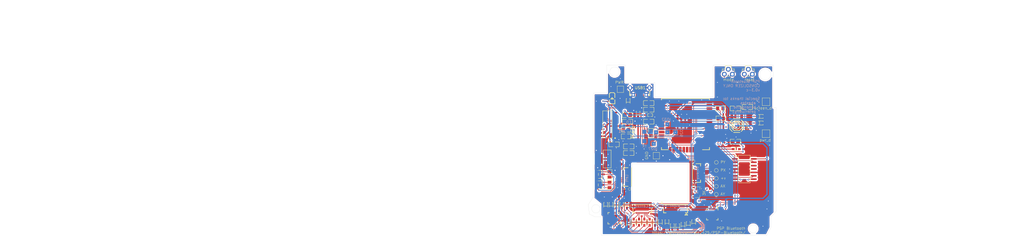
<source format=kicad_pcb>
(kicad_pcb (version 20240108) (generator "pcbnew") (generator_version "8.0")
  (layers (0 "F.Cu" signal) (31 "B.Cu" signal) (34 "B.Paste" user) (35 "F.Paste" user) (36 "B.SilkS" user "B.Silkscreen") (37 "F.SilkS" user "F.Silkscreen") (38 "B.Mask" user) (39 "F.Mask" user) (44 "Edge.Cuts" user))
  (net 0 "")
  (net 1 "/ESP32/ESP_EN")
  (net 2 "GND")
  (net 3 "+3.3V")
  (net 4 "/USB Serial & Power/USBD-")
  (net 5 "/USB Serial & Power/USBD+")
  (net 6 "Net-(D2-K)")
  (net 7 "+5V")
  (net 8 "Net-(D3-A)")
  (net 9 "VBUS")
  (net 10 "Net-(D4-A)")
  (net 11 "Net-(D5-A)")
  (net 12 "Net-(D6-A)")
  (net 13 "Net-(D7-A)")
  (net 14 "Net-(D8-A)")
  (net 15 "Net-(D9-A)")
  (net 16 "Net-(D10-A)")
  (net 17 "Net-(D11-A)")
  (net 18 "Net-(D12-A)")
  (net 19 "PSP_START")
  (net 20 "Net-(D21-A)")
  (net 21 "Net-(D22-A)")
  (net 22 "Net-(D24-A)")
  (net 23 "Net-(JP1-B)")
  (net 24 "/PSP Pins 2K/PSP_x")
  (net 25 "/PSP Pins 2K/Annalog_y")
  (net 26 "/PSP Pins 2K/+V")
  (net 27 "RTS_PROG")
  (net 28 "/ESP32/ESP_BOOT")
  (net 29 "Net-(U2-TXD)")
  (net 30 "DTR_PROG")
  (net 31 "UART_TX")
  (net 32 "Net-(U3-B)")
  (net 33 "Net-(U8-B)")
  (net 34 "ESP_I2C_SDA")
  (net 35 "UART_RX")
  (net 36 "Net-(U2-RXD)")
  (net 37 "ESP_I2C_SCL")
  (net 45 "ESP_SPI_CS")
  (net 46 "ESP_SPI_MOSI")
  (net 47 "ESP_SPI_MISO")
  (net 49 "ESP_SPI_SCLK")
  (net 50 "/ESP32/ESPScreenDetect")
  (net 51 "Net-(D13-A)")
  (net 52 "GPIO_GND")
  (net 53 "/ESP32/LEDIndicator")
  (net 54 "Net-(U12-IO27)")
  (net 57 "/ESP32/ESP_MODE")
  (net 61 "Net-(U12-IO26)")
  (net 62 "Net-(U12-IO25)")
  (net 63 "Net-(U12-IO33)")
  (net 68 "Net-(U12-IO32)")
  (net 72 "/ESP32/ESPPowerDetect")
  (net 82 "Net-(D27-A)")
  (net 83 "Net-(D25-A)")
  (net 84 "Net-(D29-A)")
  (net 85 "Net-(D28-A)")
  (net 86 "Net-(D26-A)")
  (net 87 "Net-(D20-A)")
  (net 88 "Net-(D1-A)")
  (net 89 "PSP_SELECT")
  (net 90 "right")
  (net 91 "up")
  (net 92 "left")
  (net 93 "down")
  (net 94 "square")
  (net 95 "r1")
  (net 96 "triangle")
  (net 97 "circle")
  (net 98 "cross")
  (net 99 "power")
  (net 100 "L1")
  (net 101 "sound")
  (net 102 "display")
  (net 103 "volup")
  (net 104 "voldown")
  (net 105 "home")
  (net 109 "/PSP Pins 2K/Analog_x")
  (net 110 "/PSP Pins 2K/PSP_y")
  (net 133 "Net-(JP1-A)")
  (footprint "JLCPCB_footprint:QFN-20_L4.0-W4.0-P0.50-BL-EP2.7" (layer "F.Cu") (at 112 128.5 90)
    (property "Reference" "U4" (hide yes))
    (property "Value" "MCP23008-E/ML")
  )
  (footprint "JLCPCB_footprint:SOD-323_L1.8-W1.3-LS2.5-RD" (layer "F.Cu") (at 117 123.5 90)
    (property "Reference" "D24" (hide yes))
    (property "Value" "1N5819WS" (hide yes))
  )
  (footprint "JLCPCB_footprint:SOD-323_L1.8-W1.3-LS2.5-RD" (layer "F.Cu") (at 125.5 130 90)
    (property "Reference" "D25" (hide yes))
    (property "Value" "1N5819WS" (hide yes))
  )
  (footprint "JLCPCB_footprint:SW-TH_3P-L4.5-W4.5-P1.8-LS3.0" (layer "F.Cu") (at 162.499873 73.42507 180)
    (property "Reference" "U15" (hide yes))
    (property "Value" "TC1109DE26048")
  )
  (footprint "JLCPCB_footprint:QFN-20_L4.0-W4.0-P0.50-BL-EP2.7" (layer "F.Cu") (at 149 127 180)
    (property "Reference" "U1" (hide yes))
    (property "Value" "MCP23008-E/ML")
  )
  (footprint "JLCPCB_footprint:C0805" (layer "F.Cu") (at 125.154814 85.209652)
    (property "Reference" "C11" (hide yes))
    (property "Value" "CL21A226MAQNNNE" (hide yes))
  )
  (footprint "JLCPCB_footprint:C0805" (layer "F.Cu") (at 112.154814 100.709652 180)
    (property "Reference" "C1" (hide yes))
    (property "Value" "CL21A226MAQNNNE" (hide yes))
  )
  (footprint "JLCPCB_footprint:SOD-323_L1.8-W1.3-LS2.5-RD" (layer "F.Cu") (at 138 131 90)
    (property "Reference" "D10" (hide yes))
    (property "Value" "1N5819WS" (hide yes))
  )
  (footprint "JLCPCB_footprint:FPC-SMD_4P-P0.50_C9900013912" (layer "F.Cu") (at 143.247523 118.725044 -90)
    (property "Reference" "U7" (hide yes))
    (property "Value" "IPFP051A30472R5")
  )
  (footprint "JLCPCB_footprint:SOD-323_L1.8-W1.3-LS2.5-RD" (layer "F.Cu") (at 121.5 130 90)
    (property "Reference" "D27" (hide yes))
    (property "Value" "1N5819WS" (hide yes))
  )
  (footprint "JLCPCB_footprint:SOD-323_L1.8-W1.3-LS2.5-RD" (layer "F.Cu") (at 127.5 130 90)
    (property "Reference" "D20" (hide yes))
    (property "Value" "1N5819WS" (hide yes))
  )
  (footprint "TestPoint:TestPoint_Pad_D1.0mm" (layer "F.Cu") (at 150.5 110.5)
    (property "Reference" "TP2" (hide yes))
    (property "Value" "TestPoint")
  )
  (footprint "TestPoint:TestPoint_Pad_2.0x2.0mm" (layer "F.Cu") (at 114.5 80)
    (property "Reference" "TP17" (hide yes))
    (property "Value" "TestPoint" (hide yes))
  )
  (footprint "JLCPCB_footprint:SOD-323_L1.8-W1.3-LS2.5-RD" (layer "F.Cu") (at 111 123.5 90)
    (property "Reference" "D5" (hide yes))
    (property "Value" "1N5819WS" (hide yes))
  )
  (footprint "JLCPCB_footprint:SOD-323_L1.8-W1.3-LS2.5-RD" (layer "F.Cu") (at 167.154814 92.709652)
    (property "Reference" "D21" (hide yes))
    (property "Value" "1N5819WS" (hide yes))
  )
  (footprint "TestPoint:TestPoint_Pad_D1.0mm" (layer "F.Cu") (at 150.5 119.5)
    (property "Reference" "TP8" (hide yes))
    (property "Value" "TestPoint")
  )
  (footprint "JLCPCB_footprint:SW-TH_3P-L4.5-W4.5-P1.8-LS3.0" (layer "F.Cu") (at 154.999873 73.42507 180)
    (property "Reference" "U14" (hide yes))
    (property "Value" "TC1109DE26048")
  )
  (footprint "JLCPCB_footprint:SOD-323_L1.8-W1.3-LS2.5-RD" (layer "F.Cu") (at 109 123.5 90)
    (property "Reference" "D6" (hide yes))
    (property "Value" "1N5819WS" (hide yes))
  )
  (footprint "JLCPCB_footprint:C0805" (layer "F.Cu") (at 117.654814 101.5 180)
    (property "Reference" "C9" (hide yes))
    (property "Value" "CL21A106KAYNNNE" (hide yes))
  )
  (footprint "TestPoint:TestPoint_Pad_2.0x2.0mm" (layer "F.Cu") (at 128 105)
    (property "Reference" "TP4" (hide yes))
    (property "Value" "TestPoint")
  )
  (footprint "JLCPCB_footprint:FPC-SMD_10P-P0.50_HC-FPC-05-09-10RLTAG" (layer "F.Cu") (at 122.750064 125.249936)
    (property "Reference" "U10" (hide yes))
    (property "Value" "HC-FPC-05-09-10RLTAG")
  )
  (footprint "JLCPCB_footprint:SOP-16_L10.0-W3.9-P1.27-LS6.0-BL" (layer "F.Cu") (at 109.654814 93.209652 90)
    (property "Reference" "U2" (hide yes))
    (property "Value" "CH340C_C7464026" (hide yes))
  )
  (footprint "TestPoint:TestPoint_Pad_D1.0mm" (layer "F.Cu") (at 150.5 113.5)
    (property "Reference" "TP3" (hide yes))
    (property "Value" "TestPoint")
  )
  (footprint "JLCPCB_footprint:SOT-23-3_L2.9-W1.3-P1.90-LS2.4-BR" (layer "F.Cu") (at 106.949962 115.949962 180)
    (property "Reference" "U8" (hide yes))
    (property "Value" "SS8050_C2150" (hide yes))
  )
  (footprint "JLCPCB_footprint:R0805" (layer "F.Cu") (at 152 87.209652)
    (property "Reference" "R5" (hide yes))
    (property "Value" "0805W8F4701T5E")
  )
  (footprint "TestPoint:TestPoint_Pad_2.5x2.5mm" (layer "F.Cu") (at 169.154814 96.709652)
    (property "Reference" "TP5" (hide yes))
    (property "Value" "TestPoint" (hide yes))
  )
  (footprint "JLCPCB_footprint:C0805" (layer "F.Cu") (at 117.154814 89.709652 180)
    (property "Reference" "C12" (hide yes))
    (property "Value" "CC0805KRX7R9BB104" (hide yes))
  )
  (footprint "JLCPCB_footprint:FPC-SMD_10P-P0.50_HC-FPC-05-09-10RLTAG" (layer "F.Cu") (at 116.750064 113 -90)
    (property "Reference" "U6" (hide yes))
    (property "Value" "HC-FPC-05-09-10RLTAG")
  )
  (footprint "JLCPCB_footprint:SOD-323_L1.8-W1.3-LS2.5-RD" (layer "F.Cu") (at 117.419477 84.449682 90)
    (property "Reference" "D2" (hide yes))
    (property "Value" "1N5819WS" (hide yes))
  )
  (footprint "JLCPCB_footprint:C0805" (layer "F.Cu") (at 125.154814 87.709652)
    (property "Reference" "C8" (hide yes))
    (property "Value" "CC0805KRX7R9BB104" (hide yes))
  )
  (footprint "JLCPCB_footprint:WIFI-SMD_ESP32-WROOM-32E" (layer "F.Cu") (at 138.91935 93.712192 -90)
    (property "Reference" "U12" (hide yes))
    (property "Value" "ESP32-WROOM-32E(4MB)" (hide yes))
  )
  (footprint "JLCPCB_footprint:SOD-323_L1.8-W1.3-LS2.5-RD" (layer "F.Cu") (at 117.5 130.5 90)
    (property "Reference" "D29" (hide yes))
    (property "Value" "1N5819WS" (hide yes))
  )
  (footprint "JLCPCB_footprint:SOD-323_L1.8-W1.3-LS2.5-RD" (layer "F.Cu") (at 140 130.672593 90)
    (property "Reference" "D11" (hide yes))
    (property "Value" "1N5819WS" (hide yes))
  )
  (footprint "JLCPCB_footprint:MICRO-USB-SMD_MICROXNJ" (layer "F.Cu") (at 121.794636 81.045999 180)
    (property "Reference" "USB1")
    (property "Value" "MICROXNJ" (hide yes))
  )
  (footprint "TestPoint:TestPoint_Pad_D1.0mm" (layer "F.Cu") (at 150.5 116.5)
    (property "Reference" "TP7" (hide yes))
    (property "Value" "TestPoint")
  )
  (footprint "JLCPCB_footprint:R0805" (layer "F.Cu") (at 152.154814 91)
    (property "Reference" "R4" (hide yes))
    (property "Value" "0805W8F4701T5E")
  )
  (footprint "JLCPCB_footprint:SW-SMD_4P-L5.1-W5.1-P3.70-LS6.5-TL-2" (layer "F.Cu") (at 158.154814 93.709652 90)
    (property "Reference" "BOOT1" (hide yes))
    (property "Value" "TS-1187A-B-A-B" (hide yes))
  )
  (footprint "JLCPCB_footprint:SOD-323_L1.8-W1.3-LS2.5-RD" (layer "F.Cu") (at 158 102.5)
    (property "Reference" "D13" (hide yes))
    (property "Value" "1N5819WS")
  )
  (footprint "JLCPCB_footprint:C0805" (layer "F.Cu") (at 162.154814 86.709652 180)
    (property "Reference" "C4" (hide yes))
    (property "Value" "CC0805KRX7R9BB104" (hide yes))
  )
  (footprint "JLCPCB_footprint:R0402" (layer "F.Cu") (at 125.654814 89.709652 180)
    (property "Reference" "R7" (hide yes))
    (property "Value" "0402WGF1002TCE" (hide yes))
  )
  (footprint "JLCPCB_footprint:R0805" (layer "F.Cu") (at 116.654814 97.709652 180)
    (property "Reference" "R1")
    (property "Value" "0805W8F1001T5E" (hide yes))
  )
  (footprint "JLCPCB_footprint:R0805" (layer "F.Cu") (at 126 96.5 90)
    (property "Reference" "R9" (hide yes))
    (property "Value" "0805W8F3301T5E" (hide yes))
  )
  (footprint "JLCPCB_footprint:R0805" (layer "F.Cu") (at 110.449962 112 90)
    (property "Reference" "R2" (hide yes))
    (property "Value" "0805W8F1002T5E" (hide yes))
  )
  (footprint "JLCPCB_footprint:SOD-323_L1.8-W1.3-LS2.5-RD" (layer "F.Cu") (at 136 131.5 90)
    (property "Reference" "D9" (hide yes))
    (property "Value" "1N5819WS" (hide yes))
  )
  (footprint "JLCPCB_footprint:SOD-323_L1.8-W1.3-LS2.5-RD" (layer "F.Cu") (at 115 123.5 90)
    (property "Reference" "D3" (hide yes))
    (property "Value" "1N5819WS" (hide yes))
  )
  (footprint "TestPoint:TestPoint_Pad_2.5x2.5mm" (layer "F.Cu") (at 169.154814 84.709652)
    (property "Reference" "TP6" (hide yes))
    (property "Value" "TestPoint" (hide yes))
  )
  (footprint "JLCPCB_footprint:SOD-323_L1.8-W1.3-LS2.5-RD" (layer "F.Cu") (at 123.5 130 90)
    (property "Reference" "D26" (hide yes))
    (property "Value" "1N5819WS" (hide yes))
  )
  (footprint "JLCPCB_footprint:SOD-323_L1.8-W1.3-LS2.5-RD" (layer "F.Cu") (at 129.5 130 90)
    (property "Reference" "D1" (hide yes))
    (property "Value" "1N5819WS" (hide yes))
  )
  (footprint "JLCPCB_footprint:R0805" (layer "F.Cu") (at 110.449962 116 90)
    (property "Reference" "R3" (hide yes))
    (property "Value" "0805W8F1002T5E" (hide yes))
  )
  (footprint "JLCPCB_footprint:SOD-323_L1.8-W1.3-LS2.5-RD" (layer "F.Cu") (at 134 131.5 90)
    (property "Reference" "D8" (hide yes))
    (property "Value" "1N5819WS" (hide yes))
  )
  (footprint "JLCPCB_footprint:CONN-SMD_14P-P0.50_L3.1-W9.0" (layer "F.Cu") (at 135.250064 125.250064 180)
    (property "Reference" "U13" (hide yes))
    (property "Value" "AFC42-S14FMA-1H")
  )
  (footprint "JLCPCB_footprint:SOD-323_L1.8-W1.3-LS2.5-RD" (layer "F.Cu") (at 113 123.5 90)
    (property "Reference" "D4" (hide yes))
    (property "Value" "1N5819WS" (hide yes))
  )
  (footprint "JLCPCB_footprint:SOIC-14_L10.0-W5.5-P1.27-LS7.8-BL" (layer "F.Cu") (at 161 110 -90)
    (property "Reference" "U5" (hide yes))
    (property "Value" "MCP42010T-I/SL" (hide yes))
  )
  (footprint "JLCPCB_footprint:C0805" (layer "F.Cu") (at 125.154814 92.209652 180)
    (property "Reference" "C13" (hide yes))
    (property "Value" "CL21A106KAYNNNE" (hide yes))
  )
  (footprint "JLCPCB_footprint:FPC-SMD_10P-P0.50_HC-FPC-05-09-10RLTAG" (layer "F.Cu") (at 143.5 111.5 90)
    (property "Reference" "U11" (hide yes))
    (property "Value" "HC-FPC-05-09-10RLTAG")
  )
  (footprint "JLCPCB_footprint:C0805" (layer "F.Cu") (at 157.654814 87.209652)
    (property "Reference" "C2" (hide yes))
    (property "Value" "CC0805KRX7R9BB104" (hide yes))
  )
  (footprint "JLCPCB_footprint:C0805" (layer "F.Cu") (at 117.654814 104 180)
    (property "Reference" "C6" (hide yes))
    (property "Value" "CL21A106KAYNNNE" (hide yes))
  )
  (footprint "JLCPCB_footprint:SOD-323_L1.8-W1.3-LS2.5-RD" (layer "F.Cu") (at 167.154814 90.209652)
    (property "Reference" "D22" (hide yes))
    (property "Value" "1N5819WS" (hide yes))
  )
  (footprint "JLCPCB_footprint:C0805" (layer "F.Cu") (at 157.654814 99.709652)
    (property "Reference" "C10" (hide yes))
    (property "Value" "CC0805KRX7R9BB104" (hide yes))
  )
  (footprint "JLCPCB_footprint:LED0805-R-RD" (layer "F.Cu") (at 111.419477 83.499974 -90)
    (property "Reference" "LED1" (hide yes))
    (property "Value" "FC-2012HRK-620D" (hide yes))
  )
  (footprint "JLCPCB_footprint:SOD-323_L1.8-W1.3-LS2.5-RD" (layer "F.Cu") (at 121.154814 89.209652 90)
    (property "Reference" "D23" (hide yes))
    (property "Value" "1N5819WS" (hide yes))
  )
  (footprint "JLCPCB_footprint:SOD-323_L1.8-W1.3-LS2.5-RD" (layer "F.Cu") (at 119.5 130 90)
    (property "Reference" "D28" (hide yes))
    (property "Value" "1N5819WS" (hide yes))
  )
  (footprint "JLCPCB_footprint:R0805" (layer "F.Cu") (at 116.654814 95.209652 180)
    (property "Reference" "R10")
    (property "Value" "0805W8F1001T5E" (hide yes))
  )
  (footprint "JLCPCB_footprint:C0805" (layer "F.Cu") (at 117.154814 92.209652 180)
    (property "Reference" "C5" (hide yes))
    (property "Value" "CL21B105KBFNNNE" (hide yes))
  )
  (footprint "JLCPCB_footprint:SOT-23-3_L2.9-W1.3-P1.90-LS2.4-BR" (layer "F.Cu") (at 107 112 180)
    (property "Reference" "U3" (hide yes))
    (property "Value" "SS8050_C2150" (hide yes))
  )
  (footprint "JLCPCB_footprint:SOD-323_L1.8-W1.3-LS2.5-RD" (layer "F.Cu") (at 132 130 90)
    (property "Reference" "D7" (hide yes))
    (property "Value" "1N5819WS" (hide yes))
  )
  (footprint "JLCPCB_footprint:SOT-223-3_L6.5-W3.4-P2.30-LS7.0-BR" (layer "F.Cu") (at 109.654814 106.209652)
    (property "Reference" "U9" (hide yes))
    (property "Value" "AMS1117-3_3" (hide yes))
  )
  (footprint "JLCPCB_footprint:SOD-323_L1.8-W1.3-LS2.5-RD" (layer "F.Cu") (at 142 130 90)
    (property "Reference" "D12" (hide yes))
    (property "Value" "1N5819WS" (hide yes))
  )
  (footprint "TestPoint:TestPoint_Pad_D1.0mm" (layer "F.Cu") (at 150.5 107.5)
    (property "Reference" "TP1" (hide yes))
    (property "Value" "TestPoint")
  )
  (footprint "Jumper:SolderJumper-2_P1.3mm_Bridged_Pad1.0x1.5mm" (layer "B.Cu") (at 115.15 94)
    (property "Reference" "JP1")
    (property "Value" "SolderJumper_2_Bridged")
  )
  (footprint "TestPoint:TestPoint_Pad_1.5x1.5mm" (layer "B.Cu") (at 132.154814 96.209652 180)
    (property "Reference" "TP14" (hide yes))
    (property "Value" "TestPoint" (hide yes))
  )
  (footprint "TestPoint:TestPoint_Pad_1.0x1.0mm" (layer "B.Cu") (at 118.5 94 180)
    (property "Reference" "TP9" (hide yes))
    (property "Value" "TestPoint")
  )
  (footprint "TestPoint:TestPoint_Pad_1.5x1.5mm" (layer "B.Cu") (at 127.919477 96.209652 180)
    (property "Reference" "TP15" (hide yes))
    (property "Value" "TestPoint" (hide yes))
  )
  (footprint "TestPoint:TestPoint_Pad_1.5x1.5mm" (layer "B.Cu") (at 135.154814 96.209652 180)
    (property "Reference" "TP13" (hide yes))
    (property "Value" "TestPoint" (hide yes))
  )
  (footprint "TestPoint:TestPoint_Pad_1.5x1.5mm" (layer "B.Cu") (at 123.5 96 180)
    (property "Reference" "TP36" (hide yes))
    (property "Value" "TestPoint" (hide yes))
  )
  (footprint "TestPoint:TestPoint_Pad_1.5x1.5mm" (layer "B.Cu") (at 127 100.5 180)
    (property "Reference" "TP12" (hide yes))
    (property "Value" "TestPoint" (hide yes))
  )
  (footprint "TestPoint:TestPoint_Pad_1.5x1.5mm" (layer "B.Cu") (at 132.154814 93.209652 180)
    (property "Reference" "TP16" (hide yes))
    (property "Value" "TestPoint" (hide yes))
  )
  (footprint "TestPoint:TestPoint_Pad_1.5x1.5mm" (layer "B.Cu") (at 123.5 99.5 180)
    (property "Reference" "TP35" (hide yes))
    (property "Value" "TestPoint" (hide yes))
  )
  (gr_circle (center 141 124.5) (end 141.5 124.5) (stroke (width 0.1)) (fill none) (layer "F.SilkS"))
  (gr_circle (center 142 116) (end 142.5 116) (stroke (width 0.1)) (fill none) (layer "F.SilkS"))
  (gr_circle (center 142 107) (end 142.5 107) (stroke (width 0.1)) (fill none) (layer "F.SilkS"))
  (gr_circle (center 118 117.5) (end 118.5 117.5) (stroke (width 0.1)) (fill none) (layer "F.SilkS"))
  (gr_circle (center 127.5 124) (end 128 124) (stroke (width 0.1)) (fill none) (layer "F.SilkS"))
  (gr_line (start 172.919477 125.949682) (end 170.919477 127.949682) (stroke (width 0.05)) (layer "Edge.Cuts"))
  (gr_line (start 104.419477 81.449682) (end 109.419477 81.449682) (stroke (width 0.05)) (layer "Edge.Cuts"))
  (gr_line (start 140 121.949682) (end 119 121.949682) (stroke (width 0.05)) (layer "Edge.Cuts"))
  (gr_line (start 149.419477 82.949682) (end 149.419477 70.949682) (stroke (width 0.05)) (layer "Edge.Cuts"))
  (gr_line (start 171.919477 86.949682) (end 172.919477 86.949682) (stroke (width 0.05)) (layer "Edge.Cuts"))
  (gr_line (start 170.919477 131.949682) (end 169.419477 134.949682) (stroke (width 0.05)) (layer "Edge.Cuts"))
  (gr_line (start 127.419477 82.949682) (end 149.419477 82.949682) (stroke (width 0.05)) (layer "Edge.Cuts"))
  (gr_line (start 140 108) (end 140 121.949682) (stroke (width 0.05)) (layer "Edge.Cuts"))
  (gr_line (start 107.419477 127.949682) (end 104.919477 127.949682) (stroke (width 0.05)) (layer "Edge.Cuts"))
  (gr_line (start 172.919477 86.949682) (end 172.919477 125.949682) (stroke (width 0.05)) (layer "Edge.Cuts"))
  (gr_line (start 119 108) (end 140 108) (stroke (width 0.05)) (layer "Edge.Cuts"))
  (gr_circle (center 168.833143 74.449682) (end 167.333143 75.949682) (stroke (width 0.05)) (fill none) (layer "Edge.Cuts"))
  (gr_line (start 149.419477 70.949682) (end 171.919477 70.949682) (stroke (width 0.05)) (layer "Edge.Cuts"))
  (gr_line (start 171.919477 70.949682) (end 171.919477 86.949682) (stroke (width 0.05)) (layer "Edge.Cuts"))
  (gr_circle (center 112.333143 73.449682) (end 113.833143 72.449682) (stroke (width 0.05)) (fill none) (layer "Edge.Cuts"))
  (gr_line (start 102.419477 123.449682) (end 104.419477 120.449682) (stroke (width 0.05)) (layer "Edge.Cuts"))
  (gr_line (start 119 121.949682) (end 119 108) (stroke (width 0.05)) (layer "Edge.Cuts"))
  (gr_line (start 127.419477 77.449682) (end 127.419477 82.949682) (stroke (width 0.05)) (layer "Edge.Cuts"))
  (gr_line (start 169.419477 134.949682) (end 107.419477 134.949682) (stroke (width 0.05)) (layer "Edge.Cuts"))
  (gr_line (start 109.419477 70.949682) (end 116.419477 70.949682) (stroke (width 0.05)) (layer "Edge.Cuts"))
  (gr_line (start 170.919477 127.949682) (end 170.919477 131.949682) (stroke (width 0.05)) (layer "Edge.Cuts"))
  (gr_line (start 102.919477 126.949682) (end 102.419477 123.449682) (stroke (width 0.05)) (layer "Edge.Cuts"))
  (gr_circle (center 105.333143 124.949682) (end 105.833143 123.449682) (stroke (width 0.05)) (fill none) (layer "Edge.Cuts"))
  (gr_line (start 109.419477 81.449682) (end 109.419477 70.949682) (stroke (width 0.05)) (layer "Edge.Cuts"))
  (gr_line (start 104.919477 127.949682) (end 102.919477 126.949682) (stroke (width 0.05)) (layer "Edge.Cuts"))
  (gr_circle (center 164.333143 132.449682) (end 163.833143 130.949682) (stroke (width 0.05)) (fill none) (layer "Edge.Cuts"))
  (gr_line (start 104.419477 120.449682) (end 104.419477 81.449682) (stroke (width 0.05)) (layer "Edge.Cuts"))
  (gr_line (start 116.419477 77.449682) (end 127.419477 77.449682) (stroke (width 0.05)) (layer "Edge.Cuts"))
  (gr_line (start 107.419477 134.949682) (end 107.419477 127.949682) (stroke (width 0.05)) (layer "Edge.Cuts"))
  (gr_line (start 116.419477 70.949682) (end 116.419477 77.449682) (stroke (width 0.05)) (layer "Edge.Cuts"))
  (gr_text "Right" (at 137 124.5 0) (layer "B.SilkS") (effects (font (size 1 1) (thickness 0.1)) (justify left bottom mirror)))
  (gr_text "TX" (at 124.5 102 0) (layer "B.SilkS") (effects (font (size 1 1) (thickness 0.1)) (justify left bottom mirror)))
  (gr_text "IO32" (at 133.5 92 0) (layer "B.SilkS") (effects (font (size 1 1) (thickness 0.1)) (justify left bottom mirror)))
  (gr_text "LED" (at 119.5 93 0) (layer "B.SilkS") (effects (font (size 1 1) (thickness 0.1)) (justify left bottom mirror)))
  (gr_text "RX" (at 124 95 0) (layer "B.SilkS") (effects (font (size 1 1) (thickness 0.1)) (justify left bottom mirror)))
  (gr_text "IO25" (at 134 98.5 0) (layer "B.SilkS") (effects (font (size 1 1) (thickness 0.1)) (justify left bottom mirror)))
  (gr_text "IO27" (at 128.5 103 0) (layer "B.SilkS") (effects (font (size 1 1) (thickness 0.1)) (justify left bottom mirror)))
  (gr_text "PSP Bluetooth\nCONSOLIZER ONLY\nv0.3-c\n\nSpecial thanks to:\n* abastos\n* benergylive\n* peterlustig1" (at 166.919477 88.949682 0) (layer "B.SilkS") (effects (font (size 1 1) (thickness 0.1)) (justify left bottom mirror)))
  (gr_text "IO33" (at 129.5 98.5 0) (layer "B.SilkS") (effects (font (size 1 1) (thickness 0.1)) (justify left bottom mirror)))
  (gr_text "Left" (at 117.5 112 90) (layer "B.SilkS") (effects (font (size 1 1) (thickness 0.1)) (justify left bottom mirror)))
  (gr_text "Center" (at 125 124.5 0) (layer "B.SilkS") (effects (font (size 1 1) (thickness 0.1)) (justify left bottom mirror)))
  (gr_text "Analog" (at 143 114 270) (layer "B.SilkS") (effects (font (size 1 1) (thickness 0.1)) (justify left bottom mirror)))
  (gr_text "3K" (at 142.5 119.5 270) (layer "B.SilkS") (effects (font (size 1 1) (thickness 0.1)) (justify left bottom mirror)))
  (gr_text "IO26" (at 138 94.5 90) (layer "B.SilkS") (effects (font (size 1 1) (thickness 0.1)) (justify left bottom mirror)))
  (gr_text "PY" (at 152 108 0) (layer "F.SilkS") (effects (font (size 1 1) (thickness 0.1)) (justify left bottom)))
  (gr_text "L" (at 116.5 118 90) (layer "F.SilkS") (effects (font (size 1 1) (thickness 0.1)) (justify left bottom)))
  (gr_text "mode" (at 153 77 0) (layer "F.SilkS") (effects (font (size 1 1) (thickness 0.1)) (justify left bottom)))
  (gr_text "+v" (at 152 114 0) (layer "F.SilkS") (effects (font (size 1 1) (thickness 0.1)) (justify left bottom)))
  (gr_text "AX" (at 152 117 0) (layer "F.SilkS") (effects (font (size 1 1) (thickness 0.1)) (justify left bottom)))
  (gr_text "3K" (at 146.5 120 90) (layer "F.SilkS") (effects (font (size 1 1) (thickness 0.1)) (justify left bottom)))
  (gr_text "R" (at 129.5 123.5 0) (layer "F.SilkS") (effects (font (size 1 1) (thickness 0.1)) (justify left bottom)))
  (gr_text "reset" (at 161 77 0) (layer "F.SilkS") (effects (font (size 1 1) (thickness 0.1)) (justify left bottom)))
  (gr_text "AY" (at 152 120 0) (layer "F.SilkS") (effects (font (size 1 1) (thickness 0.1)) (justify left bottom)))
  (gr_text "GND" (at 125 106.5 90) (layer "F.SilkS") (effects (font (size 1 1) (thickness 0.1)) (justify left bottom)))
  (gr_text "PWR" (at 112.5 78 0) (layer "F.SilkS") (effects (font (size 1 1) (thickness 0.1)) (justify left bottom)))
  (gr_text "C" (at 118 124.5 0) (layer "F.SilkS") (effects (font (size 1 1) (thickness 0.1)) (justify left bottom)))
  (gr_text "PX" (at 152 111 0) (layer "F.SilkS") (effects (font (size 1 1) (thickness 0.1)) (justify left bottom)))
  (gr_text "pwr_d" (at 166.654814 99.709652 0) (layer "F.SilkS") (effects (font (size 1 1) (thickness 0.1)) (justify left bottom)))
  (gr_text "boot" (at 161.5 92 -90) (layer "F.SilkS") (effects (font (size 1 1) (thickness 0.1)) (justify left bottom)))
  (gr_text "screen_d" (at 164.654814 87.709652 0) (layer "F.SilkS") (effects (font (size 1 1) (thickness 0.1)) (justify left bottom)))
  (gr_text "PSP Bluetooth\nhttps://github.com/ste2425/PSP-Bluetooth/" (at 161.5 134.5 0) (layer "F.SilkS") (effects (font (size 1 1) (thickness 0.1)) (justify right bottom)))
  (segment (start 126.654814 89.709652) (end 128.154814 88.209652) (width 0.2) (layer "F.Cu") (net 1))
  (segment (start 129.919223 87.249657) (end 128.614809 87.249657) (width 0.2) (layer "F.Cu") (net 1))
  (segment (start 122.819477 103.680523) (end 122.819477 93.544989) (width 0.2) (layer "F.Cu") (net 1))
  (segment (start 160.999873 86.554711) (end 161.154814 86.709652) (width 0.2) (layer "F.Cu") (net 1))
  (segment (start 108 112) (end 112.5 112) (width 0.2) (layer "F.Cu") (net 1))
  (segment (start 128.154814 87.709652) (end 128.154814 88.209652) (width 0.2) (layer "F.Cu") (net 1))
  (segment (start 128.614809 87.249657) (end 128.154814 87.709652) (width 0.2) (layer "F.Cu") (net 1))
  (segment (start 120 106.5) (end 122.819477 103.680523) (width 0.2) (layer "F.Cu") (net 1))
  (segment (start 163.5 94.709652) (end 161.154814 92.364466) (width 0.2) (layer "F.Cu") (net 1))
  (segment (start 161.154814 92.364466) (end 161.154814 86.709652) (width 0.2) (layer "F.Cu") (net 1))
  (segment (start 112.5 112) (end 118 106.5) (width 0.2) (layer "F.Cu") (net 1))
  (segment (start 118 106.5) (end 120 106.5) (width 0.2) (layer "F.Cu") (net 1))
  (segment (start 122.819477 93.544989) (end 124.154814 92.209652) (width 0.2) (layer "F.Cu") (net 1))
  (segment (start 126.087631 90.276835) (end 126.087631 89.709652) (width 0.2) (layer "F.Cu") (net 1))
  (segment (start 132.114809 87.249657) (end 129.919223 87.249657) (width 0.2) (layer "F.Cu") (net 1))
  (segment (start 126.087631 89.709652) (end 126.654814 89.709652) (width 0.2) (layer "F.Cu") (net 1))
  (segment (start 160.999873 74.35014) (end 160.999873 86.554711) (width 0.2) (layer "F.Cu") (net 1))
  (segment (start 124.154814 92.209652) (end 126.087631 90.276835) (width 0.2) (layer "F.Cu") (net 1))
  (segment (start 132.154814 87.209652) (end 132.114809 87.249657) (width 0.2) (layer "F.Cu") (net 1))
  (via (at 132.154814 87.209652) (size 0.6) (drill 0.3) (layers "F.Cu" "B.Cu") (net 1))
  (via (at 163.5 94.709652) (size 0.6) (drill 0.3) (layers "F.Cu" "B.Cu") (net 1))
  (segment (start 157.654814 94.709652) (end 150.154814 87.209652) (width 0.2) (layer "B.Cu") (net 1))
  (segment (start 163.5 94.709652) (end 157.654814 94.709652) (width 0.2) (layer "B.Cu") (net 1))
  (segment (start 150.154814 87.209652) (end 132.154814 87.209652) (width 0.2) (layer "B.Cu") (net 1))
  (segment (start 145.249555 112.250445) (end 146 111.5) (width 0.2) (layer "F.Cu") (net 2))
  (segment (start 151 127.500127) (end 151.640132 127.500127) (width 0.2) (layer "F.Cu") (net 2))
  (segment (start 151.640132 127.500127) (end 152.5 128.359995) (width 0.2) (layer "F.Cu") (net 2))
  (segment (start 111.499873 131.100127) (end 110.7 131.9) (width 0.2) (layer "F.Cu") (net 2))
  (segment (start 150 125) (end 149 125) (width 0.28) (layer "F.Cu") (net 2))
  (segment (start 118.654814 103.709652) (end 119.154814 103.709652) (width 0.28) (layer "F.Cu") (net 2))
  (segment (start 144.750064 112.250445) (end 143.750445 112.250445) (width 0.2) (layer "F.Cu") (net 2))
  (segment (start 114 128.999873) (end 114 129.5) (width 0.28) (layer "F.Cu") (net 2))
  (segment (start 156.654814 99.709652) (end 156.654814 97.359818) (width 0.28) (layer "F.Cu") (net 2))
  (segment (start 144.495046 120.495046) (end 144.5 120.5) (width 0.2) (layer "F.Cu") (net 2))
  (segment (start 145.974853 119.474853) (end 146 119.5) (width 0.2) (layer "F.Cu") (net 2))
  (segment (start 120.494661 82.642468) (end 120.494661 81.024866) (width 0.28) (layer "F.Cu") (net 2))
  (segment (start 143.750445 112.250445) (end 143.5 112) (width 0.2) (layer "F.Cu") (net 2))
  (segment (start 144.495046 119.474853) (end 145.974853 119.474853) (width 0.2) (layer "F.Cu") (net 2))
  (segment (start 156.654814 97.359818) (end 156.304623 97.009627) (width 0.28) (layer "F.Cu") (net 2))
  (segment (start 143.750445 112.250445) (end 145.249555 112.250445) (width 0.2) (layer "F.Cu") (net 2))
  (segment (start 124.154814 85.209652) (end 124.154814 87.709652) (width 0.5) (layer "F.Cu") (net 2))
  (segment (start 120.494661 81.024866) (end 120.419477 80.949682) (width 0.28) (layer "F.Cu") (net 2))
  (segment (start 152.5 128.359995) (end 152.5 129.5) (width 0.2) (layer "F.Cu") (net 2))
  (segment (start 111.499873 130.5) (end 111.499873 131.100127) (width 0.2) (layer "F.Cu") (net 2))
  (segment (start 144.495046 119.474853) (end 144.495046 120.495046) (width 0.2) (layer "F.Cu") (net 2))
  (segment (start 120.494661 82.642468) (end 120.494661 83.374498) (width 0.28) (layer "F.Cu") (net 2))
  (segment (start 118.654814 101.5) (end 118.654814 104) (width 0.5) (layer "F.Cu") (net 2))
  (segment (start 120.494661 83.374498) (end 119.419477 84.449682) (width 0.28) (layer "F.Cu") (net 2))
  (via (at 113 102) (size 0.6) (drill 0.3) (layers "F.Cu" "B.Cu") (net 2))
  (via (at 116.5 118.5) (size 0.6) (drill 0.3) (layers "F.Cu" "B.Cu") (net 2))
  (via (at 110.7 131.9) (size 0.6) (drill 0.3) (layers "F.Cu" "B.Cu") (net 2))
  (via (at 134.419477 91.949682) (size 0.6) (drill 0.3) (layers "F.Cu" "B.Cu") (net 2))
  (via (at 116 121) (size 0.6) (drill 0.3) (layers "F.Cu" "B.Cu") (net 2))
  (via (at 148.5 111) (size 0.6) (drill 0.3) (layers "F.Cu" "B.Cu") (net 2))
  (via (at 127.919477 93.449682) (size 0.6) (drill 0.3) (layers "F.Cu" "B.Cu") (net 2))
  (via (at 130.5 105) (size 0.8) (drill 0.4) (layers "F.Cu" "B.Cu") (net 2))
  (via (at 115.5 99.5) (size 0.6) (drill 0.3) (layers "F.Cu" "B.Cu") (net 2))
  (via (at 165.5 95.5) (size 0.6) (drill 0.3) (layers "F.Cu" "B.Cu") (net 2))
  (via (at 120.5 104) (size 0.6) (drill 0.3) (layers "F.Cu" "B.Cu") (net 2))
  (via (at 108.5 120.5) (size 0.6) (drill 0.3) (layers "F.Cu" "B.Cu") (net 2))
  (via (at 155.5 111.5) (size 0.6) (drill 0.3) (layers "F.Cu" "B.Cu") (net 2))
  (via (at 170.5 101) (size 0.6) (drill 0.3) (layers "F.Cu" "B.Cu") (net 2))
  (via (at 128 103) (size 0.6) (drill 0.3) (layers "F.Cu" "B.Cu") (net 2))
  (via (at 139.419477 89.449682) (size 0.6) (drill 0.3) (layers "F.Cu" "B.Cu") (net 2))
  (via (at 132.919477 84.449682) (size 0.6) (drill 0.3) (layers "F.Cu" "B.Cu") (net 2))
  (via (at 150.919477 77.449682) (size 0.6) (drill 0.3) (layers "F.Cu" "B.Cu") (net 2))
  (via (at 113.919477 98.949682) (size 0.6) (drill 0.3) (layers "F.Cu" "B.Cu") (net 2))
  (via (at 152.5 129.5) (size 0.6) (drill 0.3) (layers "F.Cu" "B.Cu") (net 2))
  (via (at 111.5 120.5) (size 0.6) (drill 0.3) (layers "F.Cu" "B.Cu") (net 2))
  (via (at 137.419477 89.449682) (size 0.6) (drill 0.3) (layers "F.Cu" "B.Cu") (net 2))
  (via (at 148.5 122.5) (size 0.6) (drill 0.3) (layers "F.Cu" "B.Cu") (net 2))
  (via (at 114.5 76) (size 0.6) (drill 0.3) (layers "F.Cu" "B.Cu") (net 2))
  (via (at 123 106.5) (size 0.8) (drill 0.4) (layers "F.Cu" "B.Cu") (net 2))
  (via (at 165.919477 77.949682) (size 0.6) (drill 0.3) (layers "F.Cu" "B.Cu") (net 2))
  (via (at 106 109.5) (size 0.8) (drill 0.4) (layers "F.Cu" "B.Cu") (net 2))
  (via (at 150.919477 82.949682) (size 0.6) (drill 0.3) (layers "F.Cu" "B.Cu") (net 2))
  (via (at 154.419477 98.449682) (size 0.6) (drill 0.3) (layers "F.Cu" "B.Cu") (net 2))
  (via (at 122.419477 91.449682) (size 0.6) (drill 0.3) (layers "F.Cu" "B.Cu") (net 2))
  (via (at 114.419477 83.449682) (size 0.6) (drill 0.3) (layers "F.Cu" "B.Cu") (net 2))
  (via (at 128 107) (size 0.8) (drill 0.4) (layers "F.Cu" "B.Cu") (net 2))
  (via (at 127.419477 90.449682) (size 0.6) (drill 0.3) (layers "F.Cu" "B.Cu") (net 2))
  (via (at 118 108.5) (size 0.6) (drill 0.3) (layers "F.Cu" "B.Cu") (net 2))
  (via (at 110 108.5) (size 0.8) (drill 0.4) (layers "F.Cu" "B.Cu") (net 2))
  (via (at 165.919477 84.449682) (size 0.6) (drill 0.3) (layers "F.Cu" "B.Cu") (net 2))
  (via (at 120 92) (size 0.8) (drill 0.4) (layers "F.Cu" "B.Cu") (net 2))
  (via (at 109.919477 104.449682) (size 0.6) (drill 0.3) (layers "F.Cu" "B.Cu") (net 2))
  (via (at 111 79) (size 0.6) (drill 0.3) (layers "F.Cu" "B.Cu") (net 2))
  (via (at 146 123.5) (size 0.6) (drill 0.3) (layers "F.Cu" "B.Cu") (net 2))
  (via (at 163.5 96.5) (size 0.6) (drill 0.3) (layers "F.Cu" "B.Cu") (net 2))
  (via (at 119.5 88) (size 0.8) (drill 0.4) (layers "F.Cu" "B.Cu") (net 2))
  (via (at 143.5 123.5) (size 0.6) (drill 0.3) (layers "F.Cu" "B.Cu") (net 2))
  (via (at 125.5 105) (size 0.8) (drill 0.4) (layers "F.Cu" "B.Cu") (net 2))
  (via (at 168 131.5) (size 0.6) (drill 0.3) (layers "F.Cu" "B.Cu") (net 2))
  (via (at 169.5 125) (size 0.6) (drill 0.3) (layers "F.Cu" "B.Cu") (net 2))
  (via (at 170 122) (size 0.6) (drill 0.3) (layers "F.Cu" "B.Cu") (net 2))
  (via (at 158.419477 77.449682) (size 0.6) (drill 0.3) (layers "F.Cu" "B.Cu") (net 2))
  (via (at 113.5 117) (size 0.6) (drill 0.3) (layers "F.Cu" "B.Cu") (net 2))
  (via (at 123.419477 102.449682) (size 0.6) (drill 0.3) (layers "F.Cu" "B.Cu") (net 2))
  (via (at 122.5 87) (size 0.8) (drill 0.4) (layers "F.Cu" "B.Cu") (net 2))
  (via (at 136.419477 84.449682) (size 0.6) (drill 0.3) (layers "F.Cu" "B.Cu") (net 2))
  (via (at 145 84) (size 0.6) (drill 0.3) (layers "F.Cu" "B.Cu") (net 2))
  (via (at 112.5 110.5) (size 0.8) (drill 0.4) (layers "F.Cu" "B.Cu") (net 2))
  (via (at 105.5 84.5) (size 0.6) (drill 0.3) (layers "F.Cu" "B.Cu") (net 2))
  (via (at 154 97) (size 0.6) (drill 0.3) (layers "F.Cu" "B.Cu") (net 2))
  (via (at 120.5 101.5) (size 0.6) (drill 0.3) (layers "F.Cu" "B.Cu") (net 2))
  (via (at 146 111.5) (size 0.6) (drill 0.3) (layers "F.Cu" "B.Cu") (net 2))
  (via (at 140.5 93.5) (size 0.6) (drill 0.3) (layers "F.Cu" "B.Cu") (net 2))
  (via (at 132.419477 88.449682) (size 0.6) (drill 0.3) (layers "F.Cu" "B.Cu") (net 2))
  (via (at 157.919477 97.949682) (size 0.6) (drill 0.3) (layers "F.Cu" "B.Cu") (net 2))
  (via (at 109.419477 100.449682) (size 0.6) (drill 0.3) (layers "F.Cu" "B.Cu") (net 2))
  (via (at 105.5 103) (size 0.8) (drill 0.4) (layers "F.Cu" "B.Cu") (net 2))
  (via (at 155.5 110) (size 0.6) (drill 0.3) (layers "F.Cu" "B.Cu") (net 2))
  (via (at 133 106.5) (size 0.8) (drill 0.4) (layers "F.Cu" "B.Cu") (net 2))
  (via (at 140.419477 90.949682) (size 0.6) (drill 0.3) (layers "F.Cu" "B.Cu") (net 2))
  (segment (start 125.221997 88.93965) (end 125.221997 89.709652) (width 0.5) (layer "F.Cu") (net 3))
  (segment (start 114.445162 106.209652) (end 114.709652 106.209652) (width 0.5) (layer "F.Cu") (net 3))
  (segment (start 112.624766 106.209652) (end 106.684837 106.209652) (width 0.5) (layer "F.Cu") (net 3))
  (segment (start 153.154814 88.709652) (end 153.154814 90.709652) (width 0.5) (layer "F.Cu") (net 3))
  (segment (start 114.019813 93.844653) (end 115.654814 92.209652) (width 0.5) (layer "F.Cu") (net 3))
  (segment (start 112 130.5) (end 112 131.9) (width 0.2) (layer "F.Cu") (net 3))
  (segment (start 153.154814 87.209652) (end 153.154814 88.709652) (width 0.5) (layer "F.Cu") (net 3))
  (segment (start 106.684837 106.209652) (end 106.684837 97.752146) (width 0.5) (layer "F.Cu") (net 3))
  (segment (start 164.565405 106.189992) (end 169.310008 106.189992) (width 0.28) (layer "F.Cu") (net 3))
  (segment (start 108.709805 97.654661) (end 110.5 95.864466) (width 0.5) (layer "F.Cu") (net 3))
  (segment (start 114.445162 106.209652) (end 116.654814 104) (width 0.5) (layer "F.Cu") (net 3))
  (segment (start 153.154814 91) (end 153.154814 99.654814) (width 0.5) (layer "F.Cu") (net 3))
  (segment (start 114.709652 106.209652) (end 115.5 107) (width 0.5) (layer "F.Cu") (net 3))
  (segment (start 146.220005 122) (end 148.499873 124.279868) (width 0.28) (layer "F.Cu") (net 3))
  (segment (start 115.654814 92.209652) (end 116.154814 92.209652) (width 0.5) (layer "F.Cu") (net 3))
  (segment (start 106.684837 97.752146) (end 106.782322 97.654661) (width 0.5) (layer "F.Cu") (net 3))
  (segment (start 126.154814 88.006833) (end 125.221997 88.93965) (width 0.5) (layer "F.Cu") (net 3))
  (segment (start 126.154814 87.709652) (end 126.154814 88.006833) (width 0.5) (layer "F.Cu") (net 3))
  (segment (start 132.154814 86.209652) (end 130.14922 86.209652) (width 0.5) (layer "F.Cu") (net 3))
  (segment (start 154 124.5) (end 154 126) (width 0.28) (layer "F.Cu") (net 3))
  (segment (start 110.519813 93.844653) (end 112.527306 93.844653) (width 0.5) (layer "F.Cu") (net 3))
  (segment (start 114.9 128.5) (end 114 128.5) (width 0.28) (layer "F.Cu") (net 3))
  (segment (start 153.154814 99.654814) (end 154 100.5) (width 0.5) (layer "F.Cu") (net 3))
  (segment (start 125.221997 89.709652) (end 123.154814 89.709652) (width 0.5) (layer "F.Cu") (net 3))
  (segment (start 153 127) (end 151 127) (width 0.28) (layer "F.Cu") (net 3))
  (segment (start 110.5 95.864466) (end 110.5 93.864466) (width 0.5) (layer "F.Cu") (net 3))
  (segment (start 106.782322 97.654661) (end 108.709805 97.654661) (width 0.5) (layer "F.Cu") (net 3))
  (segment (start 116.154814 88.209652) (end 116.154814 89.709652) (width 0.5) (layer "F.Cu") (net 3))
  (segment (start 126.154814 87.709652) (end 126.154814 85.209652) (width 0.5) (layer "F.Cu") (net 3))
  (segment (start 114.399873 127.999873) (end 114.9 128.5) (width 0.28) (layer "F.Cu") (net 3))
  (segment (start 126.154814 85.209652) (end 126.924817 85.979655) (width 0.5) (layer "F.Cu") (net 3))
  (segment (start 154 126) (end 153 127) (width 0.28) (layer "F.Cu") (net 3))
  (segment (start 126.924817 85.979655) (end 129.919223 85.979655) (width 0.5) (layer "F.Cu") (net 3))
  (segment (start 110.5 93.864466) (end 110.519813 93.844653) (width 0.5) (layer "F.Cu") (net 3))
  (segment (start 144 122) (end 146.220005 122) (width 0.28) (layer "F.Cu") (net 3))
  (segment (start 112.624766 106.209652) (end 114.445162 106.209652) (width 0.5) (layer "F.Cu") (net 3))
  (segment (start 148.499873 124.279868) (end 148.499873 125) (width 0.28) (layer "F.Cu") (net 3))
  (segment (start 130.14922 86.209652) (end 129.919223 85.979655) (width 0.5) (layer "F.Cu") (net 3))
  (segment (start 116.154814 92.209652) (end 116.154814 89.209652) (width 0.5) (layer "F.Cu") (net 3))
  (segment (start 112.527306 93.844653) (end 114.019813 93.844653) (width 0.5) (layer "F.Cu") (net 3))
  (segment (start 114 127.999873) (end 114.399873 127.999873) (width 0.28) (layer "F.Cu") (net 3))
  (segment (start 169.310008 106.189992) (end 169.5 106) (width 0.28) (layer "F.Cu") (net 3))
  (via (at 114.9 128.5) (size 0.6) (drill 0.3) (layers "F.Cu" "B.Cu") (net 3))
  (via (at 115.5 107) (size 0.8) (drill 0.4) (layers "F.Cu" "B.Cu") (net 3))
  (via (at 144 122) (size 0.8) (drill 0.4) (layers "F.Cu" "B.Cu") (net 3))
  (via (at 132.154814 86.209652) (size 0.8) (drill 0.4) (layers "F.Cu" "B.Cu") (net 3))
  (via (at 154 100.5) (size 0.8) (drill 0.4) (layers "F.Cu" "B.Cu") (net 3))
  (via (at 154 124.5) (size 0.8) (drill 0.4) (layers "F.Cu" "B.Cu") (net 3))
  (via (at 112 131.9) (size 0.6) (drill 0.3) (layers "F.Cu" "B.Cu") (net 3))
  (via (at 169.5 106) (size 0.8) (drill 0.4) (layers "F.Cu" "B.Cu") (net 3))
  (via (at 153.154814 88.709652) (size 0.8) (drill 0.4) (layers "F.Cu" "B.Cu") (net 3))
  (via (at 116.154814 88.209652) (size 0.8) (drill 0.4) (layers "F.Cu" "B.Cu") (net 3))
  (via (at 123.154814 89.709652) (size 0.8) (drill 0.4) (layers "F.Cu" "B.Cu") (net 3))
  (segment (start 117.654814 89.709652) (end 116.154814 88.209652) (width 0.5) (layer "B.Cu") (net 3))
  (segment (start 114.5 128.5) (end 114.9 128.5) (width 0.5) (layer "B.Cu") (net 3))
  (segment (start 144 122) (end 145 121) (width 0.28) (layer "B.Cu") (net 3))
  (segment (start 169.5 119.5) (end 168 121) (width 0.5) (layer "B.Cu") (net 3))
  (segment (start 113 127) (end 114.5 128.5) (width 0.5) (layer "B.Cu") (net 3))
  (segment (start 154 100.5) (end 168 100.5) (width 0.5) (layer "B.Cu") (net 3))
  (segment (start 168 121) (end 154.5 121) (width 0.5) (layer "B.Cu") (net 3))
  (segment (start 153.154814 86.709652) (end 152.654814 86.209652) (width 0.5) (layer "B.Cu") (net 3))
  (segment (start 145 121) (end 154.5 121) (width 0.28) (layer "B.Cu") (net 3))
  (segment (start 169.5 106) (end 169.5 119.5) (width 0.5) (layer "B.Cu") (net 3))
  (segment (start 168 100.5) (end 169.5 102) (width 0.5) (layer "B.Cu") (net 3))
  (segment (start 169.5 102) (end 169.5 106) (width 0.5) (layer "B.Cu") (net 3))
  (segment (start 115.5 107) (end 115.5 119.5) (width 0.5) (layer "B.Cu") (net 3))
  (segment (start 154 124.5) (end 154 121.5) (width 0.5) (layer "B.Cu") (net 3))
  (segment (start 153.154814 88.709652) (end 153.154814 86.709652) (width 0.5) (layer "B.Cu") (net 3))
  (segment (start 115.5 119.5) (end 113 122) (width 0.5) (layer "B.Cu") (net 3))
  (segment (start 114.9 128.5) (end 114.9 129) (width 0.28) (layer "B.Cu") (net 3))
  (segment (start 114.9 129) (end 112 131.9) (width 0.28) (layer "B.Cu") (net 3))
  (segment (start 123.154814 89.709652) (end 117.654814 89.709652) (width 0.5) (layer "B.Cu") (net 3))
  (segment (start 113 122) (end 113 127) (width 0.5) (layer "B.Cu") (net 3))
  (segment (start 154 121.5) (end 154.5 121) (width 0.5) (layer "B.Cu") (net 3))
  (segment (start 152.654814 86.209652) (end 132.154814 86.209652) (width 0.5) (layer "B.Cu") (net 3))
  (segment (start 110.512677 87.174682) (end 109.644477 88.042882) (width 0.2) (layer "F.Cu") (net 4))
  (segment (start 122.344629 83.342462) (end 122.344629 83.84273) (width 0.2) (layer "F.Cu") (net 4))
  (segment (start 110.502645 91.71465) (end 111.244799 91.71465) (width 0.2) (layer "F.Cu") (net 4))
  (segment (start 119.012677 87.174682) (end 110.512677 87.174682) (width 0.2) (layer "F.Cu") (net 4))
  (segment (start 111.244799 91.71465) (end 111.654801 91.304648) (width 0.2) (layer "F.Cu") (net 4))
  (segment (start 122.444623 82.642468) (end 122.444623 83.242468) (width 0.2) (layer "F.Cu") (net 4))
  (segment (start 122.444623 83.242468) (end 122.344629 83.342462) (width 0.2) (layer "F.Cu") (net 4))
  (segment (start 109.644477 88.042882) (end 109.644477 90.856482) (width 0.2) (layer "F.Cu") (net 4))
  (segment (start 111.654801 91.304648) (end 112.527306 91.304648) (width 0.2) (layer "F.Cu") (net 4))
  (segment (start 122.344629 83.84273) (end 119.012677 87.174682) (width 0.2) (layer "F.Cu") (net 4))
  (segment (start 109.644477 90.856482) (end 110.502645 91.71465) (width 0.2) (layer "F.Cu") (net 4))
  (segment (start 109.194477 87.856482) (end 109.194477 91.042882) (width 0.2) (layer "F.Cu") (net 5))
  (segment (start 121.89463 83.656329) (end 118.826277 86.724682) (width 0.2) (layer "F.Cu") (net 5))
  (segment (start 121.794636 83.242468) (end 121.89463 83.342462) (width 0.2) (layer "F.Cu") (net 5))
  (segment (start 111.654801 92.574651) (end 112.527306 92.574651) (width 0.2) (layer "F.Cu") (net 5))
  (segment (start 110.316244 92.164649) (end 111.244799 92.164649) (width 0.2) (layer "F.Cu") (net 5))
  (segment (start 110.326277 86.724682) (end 109.194477 87.856482) (width 0.2) (layer "F.Cu") (net 5))
  (segment (start 121.794636 82.642468) (end 121.794636 83.242468) (width 0.2) (layer "F.Cu") (net 5))
  (segment (start 121.89463 83.342462) (end 121.89463 83.656329) (width 0.2) (layer "F.Cu") (net 5))
  (segment (start 109.194477 91.042882) (end 110.316244 92.164649) (width 0.2) (layer "F.Cu") (net 5))
  (segment (start 118.826277 86.724682) (end 110.326277 86.724682) (width 0.2) (layer "F.Cu") (net 5))
  (segment (start 111.244799 92.164649) (end 111.654801 92.574651) (width 0.2) (layer "F.Cu") (net 5))
  (segment (start 112.624766 103.909677) (end 111.154814 102.439725) (width 0.5) (layer "F.Cu") (net 6))
  (segment (start 112.624766 103.909677) (end 115.034443 101.5) (width 0.5) (layer "F.Cu") (net 6))
  (segment (start 115.034443 101.5) (end 116.654814 101.5) (width 0.5) (layer "F.Cu") (net 6))
  (segment (start 120.654814 99.709652) (end 118.154814 99.709652) (width 0.5) (layer "F.Cu") (net 6))
  (segment (start 109.654814 85.949682) (end 117.09207 85.949682) (width 0.5) (layer "F.Cu") (net 6))
  (segment (start 121.154814 99.209652) (end 120.654814 99.709652) (width 0.5) (layer "F.Cu") (net 6))
  (segment (start 118.154814 99.709652) (end 116.654814 101.209652) (width 0.5) (layer "F.Cu") (net 6))
  (segment (start 110.654814 100.209652) (end 111.154814 100.709652) (width 0.5) (layer "F.Cu") (net 6))
  (segment (start 117.09207 85.949682) (end 117.419477 85.622275) (width 0.5) (layer "F.Cu") (net 6))
  (segment (start 110.654814 99.209652) (end 110.654814 100.209652) (width 0.5) (layer "F.Cu") (net 6))
  (segment (start 121.154814 90.382245) (end 121.154814 99.209652) (width 0.5) (layer "F.Cu") (net 6))
  (segment (start 111.154814 102.439725) (end 111.154814 100.709652) (width 0.5) (layer "F.Cu") (net 6))
  (via (at 109.654814 85.949682) (size 0.8) (drill 0.4) (layers "F.Cu" "B.Cu") (net 6))
  (via (at 110.654814 99.209652) (size 0.8) (drill 0.4) (layers "F.Cu" "B.Cu") (net 6))
  (segment (start 110.5 86.794868) (end 110.5 99.054838) (width 0.5) (layer "B.Cu") (net 6))
  (segment (start 110.5 99.054838) (end 110.654814 99.209652) (width 0.5) (layer "B.Cu") (net 6))
  (segment (start 109.654814 85.949682) (end 110.5 86.794868) (width 0.5) (layer "B.Cu") (net 6))
  (segment (start 117.419477 83.277089) (end 117.419477 82.919477) (width 0.5) (layer "F.Cu") (net 7))
  (segment (start 117.419477 82.919477) (end 114.5 80) (width 0.5) (layer "F.Cu") (net 7))
  (segment (start 114.949403 114.749936) (end 114.500001 115.199338) (width 0.2) (layer "F.Cu") (net 8))
  (segment (start 114.500001 119.000001) (end 115 119.5) (width 0.2) (layer "F.Cu") (net 8))
  (segment (start 114.500001 115.199338) (end 114.500001 119.000001) (width 0.2) (layer "F.Cu") (net 8))
  (segment (start 115 122.327407) (end 115 119.5) (width 0.2) (layer "F.Cu") (net 8))
  (segment (start 115.749936 114.749936) (end 114.949403 114.749936) (width 0.2) (layer "F.Cu") (net 8))
  (segment (start 121.154814 85.929642) (end 123.094623 83.989833) (width 0.5) (layer "F.Cu") (net 9))
  (segment (start 123.094623 83.989833) (end 123.094623 82.642468) (width 0.5) (layer "F.Cu") (net 9))
  (segment (start 121.154814 88.037059) (end 121.154814 85.929642) (width 0.5) (layer "F.Cu") (net 9))
  (segment (start 112.8 117.636108) (end 112.5 117.936108) (width 0.2) (layer "F.Cu") (net 10))
  (segment (start 112.5 120.5) (end 113 121) (width 0.2) (layer "F.Cu") (net 10))
  (segment (start 113 121) (end 113 122.327407) (width 0.2) (layer "F.Cu") (net 10))
  (segment (start 115.749936 114.250064) (end 114.883589 114.250064) (width 0.2) (layer "F.Cu") (net 10))
  (segment (start 112.8 116.333653) (end 112.8 117.636108) (width 0.2) (layer "F.Cu") (net 10))
  (segment (start 112.5 117.936108) (end 112.5 120.5) (width 0.2) (layer "F.Cu") (net 10))
  (segment (start 114.883589 114.250064) (end 112.8 116.333653) (width 0.2) (layer "F.Cu") (net 10))
  (segment (start 112.4 116.167967) (end 112.4 117.470422) (width 0.2) (layer "F.Cu") (net 11))
  (segment (start 111 122.327407) (end 111 121.5) (width 0.2) (layer "F.Cu") (net 11))
  (segment (start 115.699808 113.800064) (end 114.769353 113.800064) (width 0.2) (layer "F.Cu") (net 11))
  (segment (start 110 119.5) (end 110 120.5) (width 0.2) (layer "F.Cu") (net 11))
  (segment (start 114.769353 113.800064) (end 114.768628 113.799339) (width 0.2) (layer "F.Cu") (net 11))
  (segment (start 112.4 117.470422) (end 110.370422 119.5) (width 0.2) (layer "F.Cu") (net 11))
  (segment (start 114.768628 113.799339) (end 112.4 116.167967) (width 0.2) (layer "F.Cu") (net 11))
  (segment (start 110.370422 119.5) (end 110 119.5) (width 0.2) (layer "F.Cu") (net 11))
  (segment (start 110 120.5) (end 111 121.5) (width 0.2) (layer "F.Cu") (net 11))
  (segment (start 107 119) (end 107 120.327407) (width 0.2) (layer "F.Cu") (net 12))
  (segment (start 112 116.002281) (end 112 117.304736) (width 0.2) (layer "F.Cu") (net 12))
  (segment (start 114.752217 113.250064) (end 112 116.002281) (width 0.2) (layer "F.Cu") (net 12))
  (segment (start 115.749936 113.250064) (end 114.752217 113.250064) (width 0.2) (layer "F.Cu") (net 12))
  (segment (start 107 120.327407) (end 109 122.327407) (width 0.2) (layer "F.Cu") (net 12))
  (segment (start 107.5 118.5) (end 107 119) (width 0.2) (layer "F.Cu") (net 12))
  (segment (start 112 117.304736) (end 110.804736 118.5) (width 0.2) (layer "F.Cu") (net 12))
  (segment (start 110.804736 118.5) (end 107.5 118.5) (width 0.2) (layer "F.Cu") (net 12))
  (segment (start 132 126.500128) (end 132 128.827407) (width 0.2) (layer "F.Cu") (net 13))
  (segment (start 132.500128 126.500128) (end 132.500128 128.027407) (width 0.2) (layer "F.Cu") (net 14))
  (segment (start 132.500128 128.027407) (end 134 129.527279) (width 0.2) (layer "F.Cu") (net 14))
  (segment (start 134 129.527279) (end 134 130.327407) (width 0.2) (layer "F.Cu") (net 14))
  (segment (start 133 127.434315) (end 135.893092 130.327407) (width 0.2) (layer "F.Cu") (net 15))
  (segment (start 133 126.500128) (end 133 127.434315) (width 0.2) (layer "F.Cu") (net 15))
  (segment (start 135.893092 130.327407) (end 136 130.327407) (width 0.2) (layer "F.Cu") (net 15))
  (segment (start 137 129) (end 137.827407 129.827407) (width 0.2) (layer "F.Cu") (net 16))
  (segment (start 135.309308 129) (end 137 129) (width 0.2) (layer "F.Cu") (net 16))
  (segment (start 133.500128 126.500128) (end 133.500128 127.19082) (width 0.2) (layer "F.Cu") (net 16))
  (segment (start 133.500128 127.19082) (end 135.309308 129) (width 0.2) (layer "F.Cu") (net 16))
  (segment (start 137.827407 129.827407) (end 138 129.827407) (width 0.2) (layer "F.Cu") (net 16))
  (segment (start 134.874994 128) (end 139 128) (width 0.2) (layer "F.Cu") (net 17))
  (segment (start 134 127.125006) (end 134.874994 128) (width 0.2) (layer "F.Cu") (net 17))
  (segment (start 134 126.500128) (end 134 127.125006) (width 0.2) (layer "F.Cu") (net 17))
  (segment (start 140 129) (end 140 129.5) (width 0.2) (layer "F.Cu") (net 17))
  (segment (start 139 128) (end 140 129) (width 0.2) (layer "F.Cu") (net 17))
  (segment (start 136.500128 125.500128) (end 136.5 125.5) (width 0.2) (layer "F.Cu") (net 18))
  (segment (start 136.500128 126.500128) (end 136.500128 125.500128) (width 0.2) (layer "F.Cu") (net 18))
  (segment (start 142 127) (end 142 128.827407) (width 0.2) (layer "F.Cu") (net 18))
  (segment (start 136.5 125.5) (end 137 125) (width 0.2) (layer "F.Cu") (net 18))
  (segment (start 140 125) (end 142 127) (width 0.2) (layer "F.Cu") (net 18))
  (segment (start 137 125) (end 140 125) (width 0.2) (layer "F.Cu") (net 18))
  (segment (start 141.954814 86.545186) (end 142.520345 85.979655) (width 0.2) (layer "F.Cu") (net 19))
  (segment (start 142.520345 85.979655) (end 147.919477 85.979655) (width 0.2) (layer "F.Cu") (net 19))
  (segment (start 141.954814 99.954814) (end 141.954814 86.545186) (width 0.2) (layer "F.Cu") (net 19))
  (segment (start 129.5 131.172593) (end 129.5 132.5) (width 0.2) (layer "F.Cu") (net 19))
  (segment (start 142 100) (end 141.954814 99.954814) (width 0.2) (layer "F.Cu") (net 19))
  (via (at 142 100) (size 0.6) (drill 0.3) (layers "F.Cu" "B.Cu") (net 19))
  (via (at 129.5 132.5) (size 0.6) (drill 0.3) (layers "F.Cu" "B.Cu") (net 19))
  (segment (start 141.4 122.665686) (end 141.4 100.6) (width 0.2) (layer "B.Cu") (net 19))
  (segment (start 127.9 125.1) (end 129 124) (width 0.2) (layer "B.Cu") (net 19))
  (segment (start 129.5 132.5) (end 127.9 130.9) (width 0.2) (layer "B.Cu") (net 19))
  (segment (start 140.065686 124) (end 141.4 122.665686) (width 0.2) (layer "B.Cu") (net 19))
  (segment (start 141.4 100.6) (end 142 100) (width 0.2) (layer "B.Cu") (net 19))
  (segment (start 127.9 130.9) (end 127.9 125.1) (width 0.2) (layer "B.Cu") (net 19))
  (segment (start 129 124) (end 140.065686 124) (width 0.2) (layer "B.Cu") (net 19))
  (segment (start 168.327407 95.882245) (end 169.154814 96.709652) (width 0.28) (layer "F.Cu") (net 20))
  (segment (start 168.327407 92.709652) (end 168.327407 95.882245) (width 0.28) (layer "F.Cu") (net 20))
  (segment (start 168.327407 90.209652) (end 168.327407 85.537059) (width 0.28) (layer "F.Cu") (net 21))
  (segment (start 168.327407 85.537059) (end 169.154814 84.709652) (width 0.28) (layer "F.Cu") (net 21))
  (segment (start 117.5 117.833908) (end 115.499872 115.83378) (width 0.2) (layer "F.Cu") (net 22))
  (segment (start 117 121) (end 117.5 120.5) (width 0.2) (layer "F.Cu") (net 22))
  (segment (start 117 122.327407) (end 117 121) (width 0.2) (layer "F.Cu") (net 22))
  (segment (start 117.5 120.5) (end 117.5 117.833908) (width 0.2) (layer "F.Cu") (net 22))
  (segment (start 115.499872 115.83378) (end 115.499872 115.299466) (width 0.2) (layer "F.Cu") (net 22))
  (segment (start 124.5 94) (end 124.5 96) (width 0.28) (layer "F.Cu") (net 23))
  (segment (start 124.5 96) (end 126 97.5) (width 0.28) (layer "F.Cu") (net 23))
  (via (at 124.5 94) (size 0.6) (drill 0.3) (layers "F.Cu" "B.Cu") (net 23))
  (segment (start 118.5 94) (end 115.8 94) (width 0.28) (layer "B.Cu") (net 23))
  (segment (start 124.5 94) (end 118.751651 94) (width 0.28) (layer "B.Cu") (net 23))
  (segment (start 142.750572 109.750572) (end 144.750064 109.750572) (width 0.2) (layer "F.Cu") (net 24))
  (segment (start 153.141009 113.141009) (end 150.5 110.5) (width 0.2) (layer "F.Cu") (net 24))
  (segment (start 149.750572 109.750572) (end 144.750064 109.750572) (width 0.2) (layer "F.Cu") (net 24))
  (segment (start 150.5 110.5) (end 149.750572 109.750572) (width 0.2) (layer "F.Cu") (net 24))
  (segment (start 163.964401 113.141009) (end 153.141009 113.141009) (width 0.2) (layer "F.Cu") (net 24))
  (segment (start 142.5 109.5) (end 142.750572 109.750572) (width 0.2) (layer "F.Cu") (net 24))
  (segment (start 164.565405 112.540005) (end 163.964401 113.141009) (width 0.2) (layer "F.Cu") (net 24))
  (segment (start 142.5 118.5) (end 142.97498 118.97498) (width 0.2) (layer "F.Cu") (net 24))
  (segment (start 142.97498 118.97498) (end 144.495046 118.97498) (width 0.2) (layer "F.Cu") (net 24))
  (via (at 142.5 118.5) (size 0.6) (drill 0.3) (layers "F.Cu" "B.Cu") (net 24))
  (via (at 142.5 109.5) (size 0.6) (drill 0.3) (layers "F.Cu" "B.Cu") (net 24))
  (segment (start 142.5 118.5) (end 142.5 109.5) (width 0.2) (layer "B.Cu") (net 24))
  (segment (start 146.250064 113.750064) (end 144.750064 113.750064) (width 0.2) (layer "F.Cu") (net 25))
  (segment (start 150.5 119.5) (end 150.5 118) (width 0.2) (layer "F.Cu") (net 25))
  (segment (start 150.5 118) (end 146.250064 113.750064) (width 0.2) (layer "F.Cu") (net 25))
  (segment (start 162.5 114) (end 162.689992 113.810008) (width 0.2) (layer "F.Cu") (net 26))
  (segment (start 148.474853 118.474853) (end 144.495046 118.474853) (width 0.2) (layer "F.Cu") (net 26))
  (segment (start 148.5 118.5) (end 148.474853 118.474853) (width 0.2) (layer "F.Cu") (net 26))
  (segment (start 150 113.5) (end 149.750445 113.250445) (width 0.2) (layer "F.Cu") (net 26))
  (segment (start 162.689992 113.810008) (end 164.565405 113.810008) (width 0.2) (layer "F.Cu") (net 26))
  (segment (start 157.434595 113.810008) (end 150.810008 113.810008) (width 0.2) (layer "F.Cu") (net 26))
  (segment (start 150.5 113.5) (end 150 113.5) (width 0.2) (layer "F.Cu") (net 26))
  (segment (start 149.750445 113.250445) (end 144.750064 113.250445) (width 0.2) (layer "F.Cu") (net 26))
  (segment (start 157.434595 113.810008) (end 159.310008 113.810008) (width 0.2) (layer "F.Cu") (net 26))
  (segment (start 150.810008 113.810008) (end 150.5 113.5) (width 0.2) (layer "F.Cu") (net 26))
  (segment (start 159.310008 113.810008) (end 159.5 114) (width 0.2) (layer "F.Cu") (net 26))
  (via (at 149 113.250445) (size 0.6) (drill 0.3) (layers "F.Cu" "B.Cu") (net 26))
  (via (at 162.5 114) (size 0.6) (drill 0.3) (layers "F.Cu" "B.Cu") (net 26))
  (via (at 159.5 114) (size 0.6) (drill 0.3) (layers "F.Cu" "B.Cu") (net 26))
  (via (at 148.5 118.5) (size 0.6) (drill 0.3) (layers "F.Cu" "B.Cu") (net 26))
  (segment (start 149 118) (end 148.5 118.5) (width 0.2) (layer "B.Cu") (net 26))
  (segment (start 159.5 114) (end 162.5 114) (width 0.2) (layer "B.Cu") (net 26))
  (segment (start 149 113.250445) (end 149 118) (width 0.2) (layer "B.Cu") (net 26))
  (segment (start 108.36 95) (end 106.896978 95) (width 0.2) (layer "F.Cu") (net 27))
  (segment (start 108 113.5) (end 107.449962 112.949962) (width 0.2) (layer "F.Cu") (net 27))
  (segment (start 110.449962 117) (end 108.5 117) (width 0.2) (layer "F.Cu") (net 27))
  (segment (start 107.449962 112.949962) (end 106 112.949962) (width 0.2) (layer "F.Cu") (net 27))
  (segment (start 106.896978 95) (end 106.782322 95.114656) (width 0.2) (layer "F.Cu") (net 27))
  (via (at 108.5 117) (size 0.6) (drill 0.3) (layers "F.Cu" "B.Cu") (net 27))
  (via (at 108.36 95) (size 0.6) (drill 0.3) (layers "F.Cu" "B.Cu") (net 27))
  (via (at 108 113.5) (size 0.6) (drill 0.3) (layers "F.Cu" "B.Cu") (net 27))
  (segment (start 107.9 95.46) (end 107.9 112.9) (width 0.2) (layer "B.Cu") (net 27))
  (segment (start 108.5 117) (end 108.5 114) (width 0.2) (layer "B.Cu") (net 27))
  (segment (start 108.5 114) (end 108 113.5) (width 0.2) (layer "B.Cu") (net 27))
  (segment (start 108.36 95) (end 107.9 95.46) (width 0.2) (layer "B.Cu") (net 27))
  (segment (start 108 113) (end 108 113.5) (width 0.2) (layer "B.Cu") (net 27))
  (segment (start 107.9 112.9) (end 108 113) (width 0.2) (layer "B.Cu") (net 27))
  (segment (start 160.654814 91.059486) (end 160.005005 90.409677) (width 0.2) (layer "F.Cu") (net 28))
  (segment (start 107.949962 115.949962) (end 111.354774 115.949962) (width 0.2) (layer "F.Cu") (net 28))
  (segment (start 113.032843 114.271893) (end 113.032843 112.032843) (width 0.2) (layer "F.Cu") (net 28))
  (segment (start 158.709652 99.709652) (end 158.654814 99.709652) (width 0.2) (layer "F.Cu") (net 28))
  (segment (start 160.5 101.5) (end 158.709652 99.709652) (width 0.2) (layer "F.Cu") (net 28))
  (segment (start 158.654814 99.709652) (end 160.00503 98.359436) (width 0.2) (layer "F.Cu") (net 28))
  (segment (start 147.919477 101.919477) (end 149.5 103.5) (width 0.2) (layer "F.Cu") (net 28))
  (segment (start 147.919477 101.219685) (end 147.919477 101.919477) (width 0.2) (layer "F.Cu") (net 28))
  (segment (start 160.00503 97.009627) (end 160.654814 96.359843) (width 0.2) (layer "F.Cu") (net 28))
  (segment (start 113.032843 112.032843) (end 118.165686 106.9) (width 0.2) (layer "F.Cu") (net 28))
  (segment (start 111.354774 115.949962) (end 113.032843 114.271893) (width 0.2) (layer "F.Cu") (net 28))
  (segment (start 144 101) (end 144.219685 101.219685) (width 0.2) (layer "F.Cu") (net 28))
  (segment (start 144.219685 101.219685) (end 147.919477 101.219685) (width 0.2) (layer "F.Cu") (net 28))
  (segment (start 160.00503 98.359436) (end 160.00503 97.009627) (width 0.2) (layer "F.Cu") (net 28))
  (segment (start 118.165686 106.9) (end 120.165686 106.9) (width 0.2) (layer "F.Cu") (net 28))
  (segment (start 120.165686 106.9) (end 125.065686 102) (width 0.2) (layer "F.Cu") (net 28))
  (segment (start 160.654814 96.359843) (end 160.654814 91.059486) (width 0.2) (layer "F.Cu") (net 28))
  (segment (start 125.065686 102) (end 131.565686 102) (width 0.2) (layer "F.Cu") (net 28))
  (segment (start 132.565686 101) (end 144 101) (width 0.2) (layer "F.Cu") (net 28))
  (segment (start 131.565686 102) (end 132.565686 101) (width 0.2) (layer "F.Cu") (net 28))
  (segment (start 149.5 103.5) (end 160.5 103.5) (width 0.2) (layer "F.Cu") (net 28))
  (via (at 160.5 101.5) (size 0.6) (drill 0.3) (layers "F.Cu" "B.Cu") (net 28))
  (via (at 160.5 103.5) (size 0.6) (drill 0.3) (layers "F.Cu" "B.Cu") (net 28))
  (segment (start 160.5 103.5) (end 160.5 101.5) (width 0.2) (layer "B.Cu") (net 28))
  (segment (start 112.527306 96.384658) (end 113.82982 96.384658) (width 0.2) (layer "F.Cu") (net 29))
  (segment (start 115.154814 97.709652) (end 115.654814 97.709652) (width 0.2) (layer "F.Cu") (net 29))
  (segment (start 113.82982 96.384658) (end 115.154814 97.709652) (width 0.2) (layer "F.Cu") (net 29))
  (segment (start 107.655347 93.844653) (end 106.782322 93.844653) (width 0.28) (layer "F.Cu") (net 30))
  (segment (start 112 113) (end 110.449962 113) (width 0.28) (layer "F.Cu") (net 30))
  (segment (start 105.949962 116.899924) (end 105.949962 117.449962) (width 0.28) (layer "F.Cu") (net 30))
  (segment (start 108.5 93) (end 107.655347 93.844653) (width 0.28) (layer "F.Cu") (net 30))
  (segment (start 105.949962 117.449962) (end 106.5 118) (width 0.28) (layer "F.Cu") (net 30))
  (via (at 112 113) (size 0.6) (drill 0.3) (layers "F.Cu" "B.Cu") (net 30))
  (via (at 108.5 93) (size 0.6) (drill 0.3) (layers "F.Cu" "B.Cu") (net 30))
  (via (at 106.5 118) (size 0.6) (drill 0.3) (layers "F.Cu" "B.Cu") (net 30))
  (segment (start 111 118) (end 112 117) (width 0.28) (layer "B.Cu") (net 30))
  (segment (start 109 99.5) (end 108.779477 99.720523) (width 0.28) (layer "B.Cu") (net 30))
  (segment (start 112 117) (end 112 113) (width 0.28) (layer "B.Cu") (net 30))
  (segment (start 109 96) (end 109 99.5) (width 0.28) (layer "B.Cu") (net 30))
  (segment (start 106.5 118) (end 111 118) (width 0.28) (layer "B.Cu") (net 30))
  (segment (start 109.5 94) (end 109.5 95.5) (width 0.28) (layer "B.Cu") (net 30))
  (segment (start 108.779477 99.720523) (end 108.779477 109.779477) (width 0.28) (layer "B.Cu") (net 30))
  (segment (start 109.5 95.5) (end 109 96) (width 0.28) (layer "B.Cu") (net 30))
  (segment (start 108.779477 109.779477) (end 112 113) (width 0.28) (layer "B.Cu") (net 30))
  (segment (start 108.5 93) (end 109.5 94) (width 0.28) (layer "B.Cu") (net 30))
  (segment (start 143.154814 91.209652) (end 143.154814 96.709652) (width 0.2) (layer "F.Cu") (net 31))
  (segment (start 144.574804 89.789662) (end 143.154814 91.209652) (width 0.2) (layer "F.Cu") (net 31))
  (segment (start 117.654814 97.709652) (end 119.654814 97.709652) (width 0.2) (layer "F.Cu") (net 31))
  (segment (start 147.919477 89.789662) (end 144.574804 89.789662) (width 0.2) (layer "F.Cu") (net 31))
  (via (at 143.154814 96.709652) (size 0.6) (drill 0.3) (layers "F.Cu" "B.Cu") (net 31))
  (via (at 119.654814 97.709652) (size 0.6) (drill 0.3) (layers "F.Cu" "B.Cu") (net 31))
  (segment (start 143.154814 96.709652) (end 142.014784 97.849682) (width 0.2) (layer "B.Cu") (net 31))
  (segment (start 142.014784 97.849682) (end 123.5 97.849682) (width 0.2) (layer "B.Cu") (net 31))
  (segment (start 123.5 97.849682) (end 119.794844 97.849682) (width 0.2) (layer "B.Cu") (net 31))
  (segment (start 123.5 99.5) (end 123.5 97.849682) (width 0.2) (layer "B.Cu") (net 31))
  (segment (start 119.794844 97.849682) (end 119.654814 97.709652) (width 0.2) (layer "B.Cu") (net 31))
  (segment (start 110.399924 111.050038) (end 110.449962 111) (width 0.28) (layer "F.Cu") (net 32))
  (segment (start 106 111.050038) (end 110.399924 111.050038) (width 0.28) (layer "F.Cu") (net 32))
  (segment (start 105.949962 115) (end 110.449962 115) (width 0.28) (layer "F.Cu") (net 33))
  (segment (start 157.5 123.1) (end 153.4 123.1) (width 0.2) (layer "F.Cu") (net 34))
  (segment (start 114.4 131.5) (end 114 131.5) (width 0.2) (layer "F.Cu") (net 34))
  (segment (start 153.4 123.1) (end 153 123.5) (width 0.2) (layer "F.Cu") (net 34))
  (segment (start 151 123.5) (end 151 126) (width 0.2) (layer "F.Cu") (net 34))
  (segment (start 151.154814 100.345186) (end 151 100.5) (width 0.2) (layer "F.Cu") (net 34))
  (segment (start 151.154814 91) (end 151.154814 100.345186) (width 0.2) (layer "F.Cu") (net 34))
  (segment (start 150.804801 91.059665) (end 151.154814 90.709652) (width 0.2) (layer "F.Cu") (net 34))
  (segment (start 157.5 121.9) (end 157.5 120) (width 0.2) (layer "F.Cu") (net 34))
  (segment (start 129 125) (end 127 123) (width 0.2) (layer "F.Cu") (net 34))
  (segment (start 147.919477 91.059665) (end 150.804801 91.059665) (width 0.2) (layer "F.Cu") (net 34))
  (segment (start 115.4 130.5) (end 114.4 131.5) (width 0.2) (layer "F.Cu") (net 34))
  (segment (start 114 131.5) (end 113 130.5) (width 0.2) (layer "F.Cu") (net 34))
  (segment (start 129.5 125) (end 129 125) (width 0.2) (layer "F.Cu") (net 34))
  (via (at 151 123.5) (size 0.6) (drill 0.3) (layers "F.Cu" "B.Cu") (net 34))
  (via (at 129.5 125) (size 0.6) (drill 0.3) (layers "F.Cu" "B.Cu") (net 34))
  (via (at 115.4 130.5) (size 0.6) (drill 0.3) (layers "F.Cu" "B.Cu") (net 34))
  (via (at 127 123) (size 0.6) (drill 0.3) (layers "F.Cu" "B.Cu") (net 34))
  (via (at 151 100.5) (size 0.6) (drill 0.3) (layers "F.Cu" "B.Cu") (net 34))
  (via (at 157.5 123.1) (size 0.6) (drill 0.3) (layers "F.Cu" "B.Cu") (net 34))
  (via (at 157.5 121.9) (size 0.6) (drill 0.3) (layers "F.Cu" "B.Cu") (net 34))
  (via (at 153 123.5) (size 0.6) (drill 0.3) (layers "F.Cu" "B.Cu") (net 34))
  (via (at 157.5 120) (size 0.6) (drill 0.3) (layers "F.Cu" "B.Cu") (net 34))
  (segment (start 157.5 120) (end 157.5 107) (width 0.2) (layer "B.Cu") (net 34))
  (segment (start 153 123.5) (end 151 123.5) (width 0.2) (layer "B.Cu") (net 34))
  (segment (start 114.9 126.248529) (end 114.9 124.751471) (width 0.2) (layer "B.Cu") (net 34))
  (segment (start 115.5 126.848529) (end 114.9 126.248529) (width 0.2) (layer "B.Cu") (net 34))
  (segment (start 114.9 124.751471) (end 116.651471 123) (width 0.2) (layer "B.Cu") (net 34))
  (segment (start 157.5 107) (end 151 100.5) (width 0.2) (layer "B.Cu") (net 34))
  (segment (start 115.5 130.4) (end 115.5 126.848529) (width 0.2) (layer "B.Cu") (net 34))
  (segment (start 129.5 125) (end 149.5 125) (width 0.2) (layer "B.Cu") (net 34))
  (segment (start 115.4 130.5) (end 115.5 130.4) (width 0.2) (layer "B.Cu") (net 34))
  (segment (start 157.5 121.9) (end 157.5 123.1) (width 0.2) (layer "B.Cu") (net 34))
  (segment (start 116.651471 123) (end 127 123) (width 0.2) (layer "B.Cu") (net 34))
  (segment (start 149.5 125) (end 151 123.5) (width 0.2) (layer "B.Cu") (net 34))
  (segment (start 142.654814 96.043965) (end 142.654814 91.143966) (width 0.2) (layer "F.Cu") (net 35))
  (segment (start 142.554814 96.143965) (end 142.654814 96.043965) (width 0.2) (layer "F.Cu") (net 35))
  (segment (start 145.27912 88.51966) (end 147.919477 88.51966) (width 0.2) (layer "F.Cu") (net 35))
  (segment (start 142.654814 91.143966) (end 145.27912 88.51966) (width 0.2) (layer "F.Cu") (net 35))
  (segment (start 117.654814 95.209652) (end 119.654814 95.209652) (width 0.2) (layer "F.Cu") (net 35))
  (via (at 142.554814 96.143965) (size 0.6) (drill 0.3) (layers "F.Cu" "B.Cu") (net 35))
  (via (at 119.654814 95.209652) (size 0.6) (drill 0.3) (layers "F.Cu" "B.Cu") (net 35))
  (segment (start 123.5 97.369159) (end 123.419477 97.449682) (width 0.2) (layer "B.Cu") (net 35))
  (segment (start 142.554814 96.743966) (end 141.849098 97.449682) (width 0.2) (layer "B.Cu") (net 35))
  (segment (start 141.849098 97.449682) (end 123.419477 97.449682) (width 0.2) (layer "B.Cu") (net 35))
  (segment (start 119.654814 96.709652) (end 119.654814 95.209652) (width 0.2) (layer "B.Cu") (net 35))
  (segment (start 123.419477 97.449682) (end 120.394844 97.449682) (width 0.2) (layer "B.Cu") (net 35))
  (segment (start 123.5 96) (end 123.5 97.369159) (width 0.2) (layer "B.Cu") (net 35))
  (segment (start 120.394844 97.449682) (end 119.654814 96.709652) (width 0.2) (layer "B.Cu") (net 35))
  (segment (start 142.554814 96.143965) (end 142.554814 96.743966) (width 0.2) (layer "B.Cu") (net 35))
  (segment (start 115.559818 95.114656) (end 115.654814 95.209652) (width 0.2) (layer "F.Cu") (net 36))
  (segment (start 112.527306 95.114656) (end 115.559818 95.114656) (width 0.2) (layer "F.Cu") (net 36))
  (segment (start 128.5 123) (end 141 123) (width 0.2) (layer "F.Cu") (net 37))
  (segment (start 115 132) (end 113.359995 132) (width 0.2) (layer "F.Cu") (net 37))
  (segment (start 152.021082 100.478918) (end 152 100.5) (width 0.2) (layer "F.Cu") (net 37))
  (segment (start 152.021082 88.230734) (end 152.021082 100.478918) (width 0.2) (layer "F.Cu") (net 37))
  (segment (start 147.919477 87.249657) (end 151.114809 87.249657) (width 0.2) (layer "F.Cu") (net 37))
  (segment (start 158.5 120) (end 158.5 121.748529) (width 0.2) (layer "F.Cu") (net 37))
  (segment (start 151 87.209652) (end 152.021082 88.230734) (width 0.2) (layer "F.Cu") (net 37))
  (segment (start 113.359995 132) (end 112.499873 131.139878) (width 0.2) (layer "F.Cu") (net 37))
  (segment (start 115.5 131.5) (end 115 132) (width 0.2) (layer "F.Cu") (net 37))
  (segment (start 157.748529 122.5) (end 152 122.5) (width 0.2) (layer "F.Cu") (net 37))
  (segment (start 152 126.140005) (end 151.639878 126.500127) (width 0.2) (layer "F.Cu") (net 37))
  (segment (start 112.499873 131.139878) (end 112.499873 130.5) (width 0.2) (layer "F.Cu") (net 37))
  (segment (start 152 122.5) (end 152 126.140005) (width 0.2) (layer "F.Cu") (net 37))
  (segment (start 142 124) (end 141 123) (width 0.2) (layer "F.Cu") (net 37))
  (segment (start 158.5 121.748529) (end 157.748529 122.5) (width 0.2) (layer "F.Cu") (net 37))
  (segment (start 151.639878 126.500127) (end 151 126.500127) (width 0.2) (layer "F.Cu") (net 37))
  (via (at 152 122.5) (size 0.6) (drill 0.3) (layers "F.Cu" "B.Cu") (net 37))
  (via (at 142 124) (size 0.6) (drill 0.3) (layers "F.Cu" "B.Cu") (net 37))
  (via (at 158.5 120) (size 0.6) (drill 0.3) (layers "F.Cu" "B.Cu") (net 37))
  (via (at 152 100.5) (size 0.6) (drill 0.3) (layers "F.Cu" "B.Cu") (net 37))
  (via (at 128.5 123) (size 0.6) (drill 0.3) (layers "F.Cu" "B.Cu") (net 37))
  (via (at 115.5 131.5) (size 0.6) (drill 0.3) (layers "F.Cu" "B.Cu") (net 37))
  (segment (start 158.5 120) (end 158.5 107) (width 0.2) (layer "B.Cu") (net 37))
  (segment (start 142.6 124.6) (end 142 124) (width 0.2) (layer "B.Cu") (net 37))
  (segment (start 117.6 124.4) (end 116 126) (width 0.2) (layer "B.Cu") (net 37))
  (segment (start 142.6 124.6) (end 148.4 124.6) (width 0.2) (layer "B.Cu") (net 37))
  (segment (start 158.5 107) (end 152 100.5) (width 0.2) (layer "B.Cu") (net 37))
  (segment (start 127.1 124.4) (end 117.6 124.4) (width 0.2) (layer "B.Cu") (net 37))
  (segment (start 116 126) (end 116 131) (width 0.2) (layer "B.Cu") (net 37))
  (segment (start 148.4 124.6) (end 150.5 122.5) (width 0.2) (layer "B.Cu") (net 37))
  (segment (start 128.5 123) (end 127.1 124.4) (width 0.2) (layer "B.Cu") (net 37))
  (segment (start 116 131) (end 115.5 131.5) (width 0.2) (layer "B.Cu") (net 37))
  (segment (start 152 122.5) (end 150.5 122.5) (width 0.2) (layer "B.Cu") (net 37))
  (segment (start 143.899754 104.5) (end 143.364486 103.964732) (width 0.2) (layer "F.Cu") (net 45))
  (segment (start 143.364486 103.964732) (end 143.364486 102.714732) (width 0.2) (layer "F.Cu") (net 45))
  (segment (start 157.434595 106.189992) (end 157.434595 104.934595) (width 0.2) (layer "F.Cu") (net 45))
  (segment (start 157.434595 104.934595) (end 157 104.5) (width 0.2) (layer "F.Cu") (net 45))
  (segment (start 157 104.5) (end 143.899754 104.5) (width 0.2) (layer "F.Cu") (net 45))
  (segment (start 155.729997 108.729997) (end 153.2 106.2) (width 0.2) (layer "F.Cu") (net 46))
  (segment (start 134.474468 105.474468) (end 134.474468 102.714732) (width 0.2) (layer "F.Cu") (net 46))
  (segment (start 153.2 106.2) (end 135.2 106.2) (width 0.2) (layer "F.Cu") (net 46))
  (segment (start 157.434595 108.729997) (end 155.729997 108.729997) (width 0.2) (layer "F.Cu") (net 46))
  (segment (start 135.2 106.2) (end 134.474468 105.474468) (width 0.2) (layer "F.Cu") (net 46))
  (segment (start 164.565405 107.459995) (end 163.964401 106.858991) (width 0.2) (layer "F.Cu") (net 47))
  (segment (start 136 105) (end 153.5 105) (width 0.2) (layer "F.Cu") (net 47))
  (segment (start 133 100) (end 131.780315 101.219685) (width 0.2) (layer "F.Cu") (net 47))
  (segment (start 163.964401 106.858991) (end 155.358991 106.858991) (width 0.2) (layer "F.Cu") (net 47))
  (segment (start 155.358991 106.858991) (end 153.5 105) (width 0.2) (layer "F.Cu") (net 47))
  (segment (start 131.780315 101.219685) (end 129.919223 101.219685) (width 0.2) (layer "F.Cu") (net 47))
  (via (at 136 105) (size 0.6) (drill 0.3) (layers "F.Cu" "B.Cu") (net 47))
  (via (at 133 100) (size 0.6) (drill 0.3) (layers "F.Cu" "B.Cu") (net 47))
  (segment (start 133 102) (end 136 105) (width 0.2) (layer "B.Cu") (net 47))
  (segment (start 133 100) (end 133 102) (width 0.2) (layer "B.Cu") (net 47))
  (segment (start 153.434314 105.5) (end 155.394309 107.459995) (width 0.2) (layer "F.Cu") (net 49))
  (segment (start 131.550318 99.949682) (end 129.919223 99.949682) (width 0.2) (layer "F.Cu") (net 49))
  (segment (start 140 105.6) (end 140.1 105.5) (width 0.2) (layer "F.Cu") (net 49))
  (segment (start 155.394309 107.459995) (end 157.434595 107.459995) (width 0.2) (layer "F.Cu") (net 49))
  (segment (start 140.1 105.5) (end 153.434314 105.5) (width 0.2) (layer "F.Cu") (net 49))
  (segment (start 133 98.5) (end 131.550318 99.949682) (width 0.2) (layer "F.Cu") (net 49))
  (via (at 133 98.5) (size 0.6) (drill 0.3) (layers "F.Cu" "B.Cu") (net 49))
  (via (at 140 105.6) (size 0.6) (drill 0.3) (layers "F.Cu" "B.Cu") (net 49))
  (segment (start 140 105.5) (end 133 98.5) (width 0.2) (layer "B.Cu") (net 49))
  (segment (start 140 105.6) (end 140 105.5) (width 0.2) (layer "B.Cu") (net 49))
  (segment (start 132.034799 92.329667) (end 129.919223 92.329667) (width 0.28) (layer "F.Cu") (net 50))
  (segment (start 139.154814 85.209652) (end 132.034799 92.329667) (width 0.28) (layer "F.Cu") (net 50))
  (segment (start 140.654814 85.209652) (end 139.154814 85.209652) (width 0.28) (layer "F.Cu") (net 50))
  (segment (start 165.982221 90.209652) (end 164.654814 90.209652) (width 0.28) (layer "F.Cu") (net 50))
  (via (at 140.654814 85.209652) (size 0.6) (drill 0.3) (layers "F.Cu" "B.Cu") (net 50))
  (via (at 164.654814 90.209652) (size 0.6) (drill 0.3) (layers "F.Cu" "B.Cu") (net 50))
  (segment (start 154.654814 87.375266) (end 152.4892 85.209652) (width 0.28) (layer "B.Cu") (net 50))
  (segment (start 164.654814 90.209652) (end 154.654814 90.209652) (width 0.28) (layer "B.Cu") (net 50))
  (segment (start 152.4892 85.209652) (end 140.654814 85.209652) (width 0.28) (layer "B.Cu") (net 50))
  (segment (start 154.654814 90.209652) (end 154.654814 87.375266) (width 0.28) (layer "B.Cu") (net 50))
  (segment (start 149.17968 98.67968) (end 149.5 99) (width 0.28) (layer "F.Cu") (net 52))
  (segment (start 150 102.5) (end 156.827407 102.5) (width 0.28) (layer "F.Cu") (net 52))
  (segment (start 147.919477 98.67968) (end 149.17968 98.67968) (width 0.28) (layer "F.Cu") (net 52))
  (segment (start 149.5 99) (end 149.5 102) (width 0.28) (layer "F.Cu") (net 52))
  (segment (start 149.5 102) (end 150 102.5) (width 0.28) (layer "F.Cu") (net 52))
  (segment (start 147.919477 94.869672) (end 145.630328 94.869672) (width 0.28) (layer "F.Cu") (net 53))
  (segment (start 145.630328 94.869672) (end 145.5 95) (width 0.28) (layer "F.Cu") (net 53))
  (segment (start 128 94.5) (end 127 94.5) (width 0.28) (layer "F.Cu") (net 53))
  (segment (start 127 94.5) (end 126 95.5) (width 0.28) (layer "F.Cu") (net 53))
  (via (at 145.5 95) (size 0.6) (drill 0.3) (layers "F.Cu" "B.Cu") (net 53))
  (via (at 128 94.5) (size 0.6) (drill 0.3) (layers "F.Cu" "B.Cu") (net 53))
  (segment (start 128.5 95) (end 128 94.5) (width 0.28) (layer "B.Cu") (net 53))
  (segment (start 145.5 95) (end 128.5 95) (width 0.28) (layer "B.Cu") (net 53))
  (segment (start 129.919223 98.67968) (end 128.82032 98.67968) (width 0.2) (layer "F.Cu") (net 54))
  (segment (start 128.82032 98.67968) (end 127 100.5) (width 0.2) (layer "F.Cu") (net 54))
  (via (at 127 100.5) (size 0.6) (drill 0.3) (layers "F.Cu" "B.Cu") (net 54))
  (segment (start 158.654814 87.209652) (end 158.654814 93.209652) (width 0.2) (layer "F.Cu") (net 57))
  (segment (start 158.5 84) (end 158.654814 84.154814) (width 0.2) (layer "F.Cu") (net 57))
  (segment (start 154.154814 94.209652) (end 157.654814 94.209652) (width 0.2) (layer "F.Cu") (net 57))
  (segment (start 158.654814 84.154814) (end 158.654814 87.209652) (width 0.2) (layer "F.Cu") (net 57))
  (segment (start 158.654814 93.209652) (end 157.654814 94.209652) (width 0.2) (layer "F.Cu") (net 57))
  (segment (start 149.654814 94.209652) (end 149.044832 93.59967) (width 0.2) (layer "F.Cu") (net 57))
  (segment (start 153.499873 74.35014) (end 153.499873 78.499873) (width 0.2) (layer "F.Cu") (net 57))
  (segment (start 158.5 83.5) (end 158.5 84) (width 0.2) (layer "F.Cu") (net 57))
  (segment (start 150.5 94.209652) (end 149.654814 94.209652) (width 0.2) (layer "F.Cu") (net 57))
  (segment (start 153.499873 78.499873) (end 158.5 83.5) (width 0.2) (layer "F.Cu") (net 57))
  (segment (start 149.044832 93.59967) (end 147.919477 93.59967) (width 0.2) (layer "F.Cu") (net 57))
  (via (at 154.154814 94.209652) (size 0.6) (drill 0.3) (layers "F.Cu" "B.Cu") (net 57))
  (via (at 150.5 94.209652) (size 0.6) (drill 0.3) (layers "F.Cu" "B.Cu") (net 57))
  (segment (start 150.5 94.209652) (end 154.154814 94.209652) (width 0.2) (layer "B.Cu") (net 57))
  (segment (start 133.954789 97.409677) (end 135.154814 96.209652) (width 0.2) (layer "F.Cu") (net 61))
  (segment (start 129.919223 97.409677) (end 133.954789 97.409677) (width 0.2) (layer "F.Cu") (net 61))
  (via (at 135.154814 96.209652) (size 0.6) (drill 0.3) (layers "F.Cu" "B.Cu") (net 61))
  (segment (start 132.084837 96.139675) (end 132.154814 96.209652) (width 0.2) (layer "F.Cu") (net 62))
  (segment (start 129.919223 96.139675) (end 132.084837 96.139675) (width 0.2) (layer "F.Cu") (net 62))
  (via (at 132.154814 96.209652) (size 0.6) (drill 0.3) (layers "F.Cu" "B.Cu") (net 62))
  (segment (start 127.919477 96.014415) (end 129.06422 94.869672) (width 0.2) (layer "F.Cu") (net 63))
  (segment (start 127.919477 96.209652) (end 127.919477 96.014415) (width 0.2) (layer "F.Cu") (net 63))
  (segment (start 129.06422 94.869672) (end 129.919223 94.869672) (width 0.2) (layer "F.Cu") (net 63))
  (via (at 127.919477 96.209652) (size 0.6) (drill 0.3) (layers "F.Cu" "B.Cu") (net 63))
  (segment (start 131.764796 93.59967) (end 129.919223 93.59967) (width 0.2) (layer "F.Cu") (net 68))
  (segment (start 132.154814 93.209652) (end 131.764796 93.59967) (width 0.2) (layer "F.Cu") (net 68))
  (via (at 132.154814 93.209652) (size 0.6) (drill 0.3) (layers "F.Cu" "B.Cu") (net 68))
  (segment (start 134.154814 88.709652) (end 131.804801 91.059665) (width 0.28) (layer "F.Cu") (net 72))
  (segment (start 165.982221 92.709652) (end 164.5 92.709652) (width 0.28) (layer "F.Cu") (net 72))
  (segment (start 131.804801 91.059665) (end 129.919223 91.059665) (width 0.28) (layer "F.Cu") (net 72))
  (segment (start 157.154814 92.709652) (end 154.154814 92.709652) (width 0.28) (layer "F.Cu") (net 72))
  (via (at 134.154814 88.709652) (size 0.6) (drill 0.3) (layers "F.Cu" "B.Cu") (net 72))
  (via (at 164.5 92.709652) (size 0.6) (drill 0.3) (layers "F.Cu" "B.Cu") (net 72))
  (via (at 157.154814 92.709652) (size 0.6) (drill 0.3) (layers "F.Cu" "B.Cu") (net 72))
  (via (at 154.154814 92.709652) (size 0.6) (drill 0.3) (layers "F.Cu" "B.Cu") (net 72))
  (segment (start 134.154814 88.709652) (end 137.445162 92) (width 0.28) (layer "B.Cu") (net 72))
  (segment (start 164.5 92.709652) (end 157.154814 92.709652) (width 0.28) (layer "B.Cu") (net 72))
  (segment (start 153.445162 92) (end 154.154814 92.709652) (width 0.28) (layer "B.Cu") (net 72))
  (segment (start 137.445162 92) (end 153.445162 92) (width 0.28) (layer "B.Cu") (net 72))
  (segment (start 121.5 126.5) (end 121.5 128.827407) (width 0.2) (layer "F.Cu") (net 82))
  (segment (start 124.000128 127.327535) (end 125.5 128.827407) (width 0.2) (layer "F.Cu") (net 83))
  (segment (start 124.000128 126.5) (end 124.000128 127.327535) (width 0.2) (layer "F.Cu") (net 83))
  (segment (start 117.5 128.827407) (end 119.827407 126.5) (width 0.2) (layer "F.Cu") (net 84))
  (segment (start 119.827407 126.5) (end 120.5 126.5) (width 0.2) (layer "F.Cu") (net 84))
  (segment (start 121.000128 127.327279) (end 119.5 128.827407) (width 0.2) (layer "F.Cu") (net 85))
  (segment (start 121.000128 126.5) (end 121.000128 127.327279) (width 0.2) (layer "F.Cu") (net 85))
  (segment (start 123.5 126.5) (end 123.5 128.827407) (width 0.2) (layer "F.Cu") (net 86))
  (segment (start 124.5 126.5) (end 124.5 127.149872) (width 0.2) (layer "F.Cu") (net 87))
  (segment (start 126.373078 127.700485) (end 127.5 128.827407) (width 0.2) (layer "F.Cu") (net 87))
  (segment (start 125.050613 127.700485) (end 126.373078 127.700485) (width 0.2) (layer "F.Cu") (net 87))
  (segment (start 124.5 127.149872) (end 125.050613 127.700485) (width 0.2) (layer "F.Cu") (net 87))
  (segment (start 129.5 128.827407) (end 129.5 127) (width 0.2) (layer "F.Cu") (net 88))
  (segment (start 125.500127 126.000001) (end 125.000128 126.5) (width 0.2) (layer "F.Cu") (net 88))
  (segment (start 129.5 127) (end 128.500001 126.000001) (width 0.2) (layer "F.Cu") (net 88))
  (segment (start 128.500001 126.000001) (end 125.500127 126.000001) (width 0.2) (layer "F.Cu") (net 88))
  (segment (start 127.5 131.172593) (end 127.5 132.5) (width 0.2) (layer "F.Cu") (net 89))
  (segment (start 145.090323 97.409677) (end 147.919477 97.409677) (width 0.2) (layer "F.Cu") (net 89))
  (segment (start 145 97.5) (end 145.090323 97.409677) (width 0.2) (layer "F.Cu") (net 89))
  (via (at 127.5 132.5) (size 0.6) (drill 0.3) (layers "F.Cu" "B.Cu") (net 89))
  (via (at 145 97.5) (size 0.6) (drill 0.3) (layers "F.Cu" "B.Cu") (net 89))
  (segment (start 140 123.5) (end 141 122.5) (width 0.2) (layer "B.Cu") (net 89))
  (segment (start 127.5 124.934314) (end 128.934314 123.5) (width 0.2) (layer "B.Cu") (net 89))
  (segment (start 143 97.5) (end 145 97.5) (width 0.2) (layer "B.Cu") (net 89))
  (segment (start 141 99.5) (end 143 97.5) (width 0.2) (layer "B.Cu") (net 89))
  (segment (start 141 122.5) (end 141 99.5) (width 0.2) (layer "B.Cu") (net 89))
  (segment (start 128.934314 123.5) (end 140 123.5) (width 0.2) (layer "B.Cu") (net 89))
  (segment (start 127.5 132.5) (end 127.5 124.934314) (width 0.2) (layer "B.Cu") (net 89))
  (segment (start 115 125.5) (end 115 124.672593) (width 0.2) (layer "F.Cu") (net 90))
  (segment (start 116 126.5) (end 115 125.5) (width 0.2) (layer "F.Cu") (net 90))
  (segment (start 117.5 127) (end 117 126.5) (width 0.2) (layer "F.Cu") (net 90))
  (segment (start 117 126.5) (end 116 126.5) (width 0.2) (layer "F.Cu") (net 90))
  (segment (start 145.099873 127.500127) (end 147 127.500127) (width 0.2) (layer "F.Cu") (net 90))
  (segment (start 143.5 129.1) (end 145.099873 127.500127) (width 0.2) (layer "F.Cu") (net 90))
  (via (at 143.5 129.1) (size 0.6) (drill 0.3) (layers "F.Cu" "B.Cu") (net 90))
  (via (at 117.5 127) (size 0.6) (drill 0.3) (layers "F.Cu" "B.Cu") (net 90))
  (segment (start 118 127.5) (end 117.5 127) (width 0.2) (layer "B.Cu") (net 90))
  (segment (start 143.5 129.1) (end 145.5 131.1) (width 0.2) (layer "B.Cu") (net 90))
  (segment (start 118 132.565686) (end 118 127.5) (width 0.2) (layer "B.Cu") (net 90))
  (segment (start 145.5 131.1) (end 145.5 132.448529) (width 0.2) (layer "B.Cu") (net 90))
  (segment (start 144.448529 133.5) (end 118.934314 133.5) (width 0.2) (layer "B.Cu") (net 90))
  (segment (start 118.934314 133.5) (end 118 132.565686) (width 0.2) (layer "B.Cu") (net 90))
  (segment (start 145.5 132.448529) (end 144.448529 133.5) (width 0.2) (layer "B.Cu") (net 90))
  (segment (start 111.499873 126.5) (end 111.499873 125.860122) (width 0.2) (layer "F.Cu") (net 91))
  (segment (start 112.687402 124.672593) (end 113 124.672593) (width 0.2) (layer "F.Cu") (net 91))
  (segment (start 111.499873 125.860122) (end 112.687402 124.672593) (width 0.2) (layer "F.Cu") (net 91))
  (segment (start 111 126.5) (end 111 124.672593) (width 0.2) (layer "F.Cu") (net 92))
  (segment (start 109 126.5) (end 110 127.5) (width 0.2) (layer "F.Cu") (net 93))
  (segment (start 109 126.5) (end 109 124.672593) (width 0.2) (layer "F.Cu") (net 93))
  (segment (start 132.5 134) (end 132 133.5) (width 0.2) (layer "F.Cu") (net 94))
  (segment (start 150 129) (end 150 129.837063) (width 0.2) (layer "F.Cu") (net 94))
  (segment (start 147.837063 132) (end 143.778971 132) (width 0.2) (layer "F.Cu") (net 94))
  (segment (start 143.778971 132) (end 141.778971 134) (width 0.2) (layer "F.Cu") (net 94))
  (segment (start 132 133.5) (end 132 131.172593) (width 0.2) (layer "F.Cu") (net 94))
  (segment (start 150 129.837063) (end 147.837063 132) (width 0.2) (layer "F.Cu") (net 94))
  (segment (start 141.778971 134) (end 132.5 134) (width 0.2) (layer "F.Cu") (net 94))
  (segment (start 134 132.672593) (end 134 133.2) (width 0.2) (layer "F.Cu") (net 95))
  (segment (start 134.3 133.5) (end 141.713285 133.5) (width 0.2) (layer "F.Cu") (net 95))
  (segment (start 149.499873 129.771504) (end 147.698784 131.572593) (width 0.2) (layer "F.Cu") (net 95))
  (segment (start 134 133.2) (end 134.3 133.5) (width 0.2) (layer "F.Cu") (net 95))
  (segment (start 147.698784 131.572593) (end 143.640692 131.572593) (width 0.2) (layer "F.Cu") (net 95))
  (segment (start 149.499873 129) (end 149.499873 129.771504) (width 0.2) (layer "F.Cu") (net 95))
  (segment (start 143.640692 131.572593) (end 141.713285 133.5) (width 0.2) (layer "F.Cu") (net 95))
  (segment (start 141.547599 133.1) (end 136.427407 133.1) (width 0.2) (layer "F.Cu") (net 96))
  (segment (start 143.475006 131.172593) (end 141.547599 133.1) (width 0.2) (layer "F.Cu") (net 96))
  (segment (start 136.427407 133.1) (end 136 132.672593) (width 0.2) (layer "F.Cu") (net 96))
  (segment (start 149 129) (end 149 129.705691) (width 0.2) (layer "F.Cu") (net 96))
  (segment (start 149 129.705691) (end 147.533098 131.172593) (width 0.2) (layer "F.Cu") (net 96))
  (segment (start 147.533098 131.172593) (end 143.475006 131.172593) (width 0.2) (layer "F.Cu") (net 96))
  (segment (start 138 132.172593) (end 139.127407 131.045186) (width 0.2) (layer "F.Cu") (net 97))
  (segment (start 139.127407 131.045186) (end 140.086715 131.045186) (width 0.2) (layer "F.Cu") (net 97))
  (segment (start 141.159308 129.972593) (end 145.027407 129.972593) (width 0.2) (layer "F.Cu") (net 97))
  (segment (start 140.086715 131.045186) (end 141.159308 129.972593) (width 0.2) (layer "F.Cu") (net 97))
  (segment (start 147 128) (end 145.027407 129.972593) (width 0.2) (layer "F.Cu") (net 97))
  (segment (start 141.324994 130.372593) (end 140 131.697587) (width 0.2) (layer "F.Cu") (net 98))
  (segment (start 140 131.697587) (end 140 131.845186) (width 0.2) (layer "F.Cu") (net 98))
  (segment (start 141.324994 130.372593) (end 146.627407 130.372593) (width 0.2) (layer "F.Cu") (net 98))
  (segment (start 146.627407 130.372593) (end 148 129) (width 0.2) (layer "F.Cu") (net 98))
  (segment (start 142.4 130.772593) (end 147.227407 130.772593) (width 0.2) (layer "F.Cu") (net 99))
  (segment (start 142 131.172593) (end 142.4 130.772593) (width 0.2) (layer "F.Cu") (net 99))
  (segment (start 147.227407 130.772593) (end 148.499873 129.500127) (width 0.2) (layer "F.Cu") (net 99))
  (segment (start 148.499873 129.500127) (end 148.499873 129) (width 0.2) (layer "F.Cu") (net 99))
  (segment (start 144.5 132.6) (end 144.6 132.5) (width 0.2) (layer "F.Cu") (net 100))
  (segment (start 117 125) (end 117 124.672593) (width 0.2) (layer "F.Cu") (net 100))
  (segment (start 118.5 126.5) (end 117 125) (width 0.2) (layer "F.Cu") (net 100))
  (segment (start 151 129.402749) (end 151 128) (width 0.2) (layer "F.Cu") (net 100))
  (segment (start 147.902749 132.5) (end 151 129.402749) (width 0.2) (layer "F.Cu") (net 100))
  (segment (start 144.6 132.5) (end 147.902749 132.5) (width 0.2) (layer "F.Cu") (net 100))
  (via (at 144.5 132.6) (size 0.6) (drill 0.3) (layers "F.Cu" "B.Cu") (net 100))
  (via (at 118.5 126.5) (size 0.6) (drill 0.3) (layers "F.Cu" "B.Cu") (net 100))
  (segment (start 144 133.1) (end 119.1 133.1) (width 0.2) (layer "B.Cu") (net 100))
  (segment (start 118.5 132.5) (end 118.5 126.5) (width 0.2) (layer "B.Cu") (net 100))
  (segment (start 119.1 133.1) (end 118.5 132.5) (width 0.2) (layer "B.Cu") (net 100))
  (segment (start 144.5 132.6) (end 144 133.1) (width 0.2) (layer "B.Cu") (net 100))
  (segment (start 108.6 134.1) (end 108.5 134) (width 0.2) (layer "F.Cu") (net 101))
  (segment (start 125.5 131.172593) (end 122.572593 134.1) (width 0.2) (layer "F.Cu") (net 101))
  (segment (start 108.5 128.728623) (end 109.22875 127.999873) (width 0.2) (layer "F.Cu") (net 101))
  (segment (start 122.572593 134.1) (end 108.6 134.1) (width 0.2) (layer "F.Cu") (net 101))
  (segment (start 109.22875 127.999873) (end 110 127.999873) (width 0.2) (layer "F.Cu") (net 101))
  (segment (start 108.5 134) (end 108.5 128.728623) (width 0.2) (layer "F.Cu") (net 101))
  (segment (start 109.294309 128.5) (end 108.9 128.894309) (width 0.2) (layer "F.Cu") (net 102))
  (segment (start 110 128.5) (end 109.294309 128.5) (width 0.2) (layer "F.Cu") (net 102))
  (segment (start 120.972593 133.7) (end 123.5 131.172593) (width 0.2) (layer "F.Cu") (net 102))
  (segment (start 108.9 128.894309) (end 108.9 133.7) (width 0.2) (layer "F.Cu") (net 102))
  (segment (start 108.9 133.7) (end 120.972593 133.7) (width 0.2) (layer "F.Cu") (net 102))
  (segment (start 119.372593 133.3) (end 109.365686 133.3) (width 0.2) (layer "F.Cu") (net 103))
  (segment (start 109.3 133.234314) (end 109.3 129.059995) (width 0.2) (layer "F.Cu") (net 103))
  (segment (start 121.5 131.172593) (end 119.372593 133.3) (width 0.2) (layer "F.Cu") (net 103))
  (segment (start 109.360122 128.999873) (end 110 128.999873) (width 0.2) (layer "F.Cu") (net 103))
  (segment (start 109.365686 133.3) (end 109.3 133.234314) (width 0.2) (layer "F.Cu") (net 103))
  (segment (start 109.3 129.059995) (end 109.360122 128.999873) (width 0.2) (layer "F.Cu") (net 103))
  (segment (start 109.7 132.9) (end 109.7 129.8) (width 0.2) (layer "F.Cu") (net 104))
  (segment (start 109.7 129.8) (end 110 129.5) (width 0.2) (layer "F.Cu") (net 104))
  (segment (start 117.772593 132.9) (end 109.7 132.9) (width 0.2) (layer "F.Cu") (net 104))
  (segment (start 119.5 131.172593) (end 117.772593 132.9) (width 0.2) (layer "F.Cu") (net 104))
  (segment (start 117.5 132) (end 117 132.5) (width 0.2) (layer "F.Cu") (net 105))
  (segment (start 110.5 130.5) (end 111 130.5) (width 0.2) (layer "F.Cu") (net 105))
  (segment (start 117 132.5) (end 110.1 132.5) (width 0.2) (layer "F.Cu") (net 105))
  (segment (start 110.1 130.9) (end 110.5 130.5) (width 0.2) (layer "F.Cu") (net 105))
  (segment (start 110.1 132.5) (end 110.1 130.9) (width 0.2) (layer "F.Cu") (net 105))
  (segment (start 148 112.5) (end 147.749428 112.750572) (width 0.2) (layer "F.Cu") (net 109))
  (segment (start 150.5 116.5) (end 148 114) (width 0.2) (layer "F.Cu") (net 109))
  (segment (start 147.749428 112.750572) (end 144.750064 112.750572) (width 0.2) (layer "F.Cu") (net 109))
  (via (at 148 114) (size 0.6) (drill 0.3) (layers "F.Cu" "B.Cu") (net 109))
  (via (at 148 112.5) (size 0.6) (drill 0.3) (layers "F.Cu" "B.Cu") (net 109))
  (segment (start 148 114) (end 148 112.5) (width 0.2) (layer "B.Cu") (net 109))
  (segment (start 157.434595 112.540005) (end 154.540005 112.540005) (width 0.2) (layer "F.Cu") (net 110))
  (segment (start 154.540005 112.540005) (end 154.5 112.5) (width 0.2) (layer "F.Cu") (net 110))
  (segment (start 154.5 112.5) (end 154.5 108.065686) (width 0.2) (layer "F.Cu") (net 110))
  (segment (start 154.5 108.065686) (end 153.934314 107.5) (width 0.2) (layer "F.Cu") (net 110))
  (segment (start 150.5 107.5) (end 146.500509 107.5) (width 0.2) (layer "F.Cu") (net 110))
  (segment (start 144.750064 109.250445) (end 146.249555 109.250445) (width 0.2) (layer "F.Cu") (net 110))
  (segment (start 146.249555 109.250445) (end 147 108.5) (width 0.2) (layer "F.Cu") (net 110))
  (segment (start 147 117.5) (end 146.52502 117.97498) (width 0.2) (layer "F.Cu") (net 110))
  (segment (start 153.934314 107.5) (end 150.5 107.5) (width 0.2) (layer "F.Cu") (net 110))
  (segment (start 146.500509 107.5) (end 144.750064 109.250445) (width 0.2) (layer "F.Cu") (net 110))
  (segment (start 146.52502 117.97498) (end 144.495046 117.97498) (width 0.2) (layer "F.Cu") (net 110))
  (via (at 147 117.5) (size 0.6) (drill 0.3) (layers "F.Cu" "B.Cu") (net 110))
  (via (at 147 108.5) (size 0.6) (drill 0.3) (layers "F.Cu" "B.Cu") (net 110))
  (segment (start 147 108.5) (end 147 117.5) (width 0.2) (layer "B.Cu") (net 110))
  (segment (start 108 84.5) (end 109 84.5) (width 0.28) (layer "F.Cu") (net 133))
  (segment (start 109 84.5) (end 109.050266 84.550266) (width 0.28) (layer "F.Cu") (net 133))
  (segment (start 109.050266 84.550266) (end 111.419477 84.550266) (width 0.28) (layer "F.Cu") (net 133))
  (via (at 108 84.5) (size 0.6) (drill 0.3) (layers "F.Cu" "B.Cu") (net 133))
  (segment (start 114.5 94) (end 114.5 89.748349) (width 0.28) (layer "B.Cu") (net 133))
  (segment (start 114.5 89.748349) (end 109.251651 84.5) (width 0.28) (layer "B.Cu") (net 133))
  (segment (start 109.251651 84.5) (end 108 84.5) (width 0.28) (layer "B.Cu") (net 133))
  (zone (net 2) (net_name "GND") (layers "F&B.Cu") (connect_pads (clearance 0.5)) (min_thickness 0.25) (fill yes (thermal_gap 0.5) (thermal_bridge_width 0.5))
    (polygon (pts (xy 109.419477 70.949682) (xy 116.419477 70.949682) (xy 116.419477 77.449682) (xy 127.419477 77.449682) (xy 127.419477 82.949682) (xy 149.419477 82.949682) (xy 149.419477 70.949682) (xy 171.919477 70.949682) (xy 171.919477 126.949682) (xy 170.419477 127.949682) (xy 170.419477 131.949682) (xy 168.919477 134.949682) (xy 107.419477 134.949682) (xy 107.419477 122.949682) (xy 104.419477 120.449682) (xy 104.419477 81.449682) (xy 109.419477 81.449682)))
  )
)
</source>
